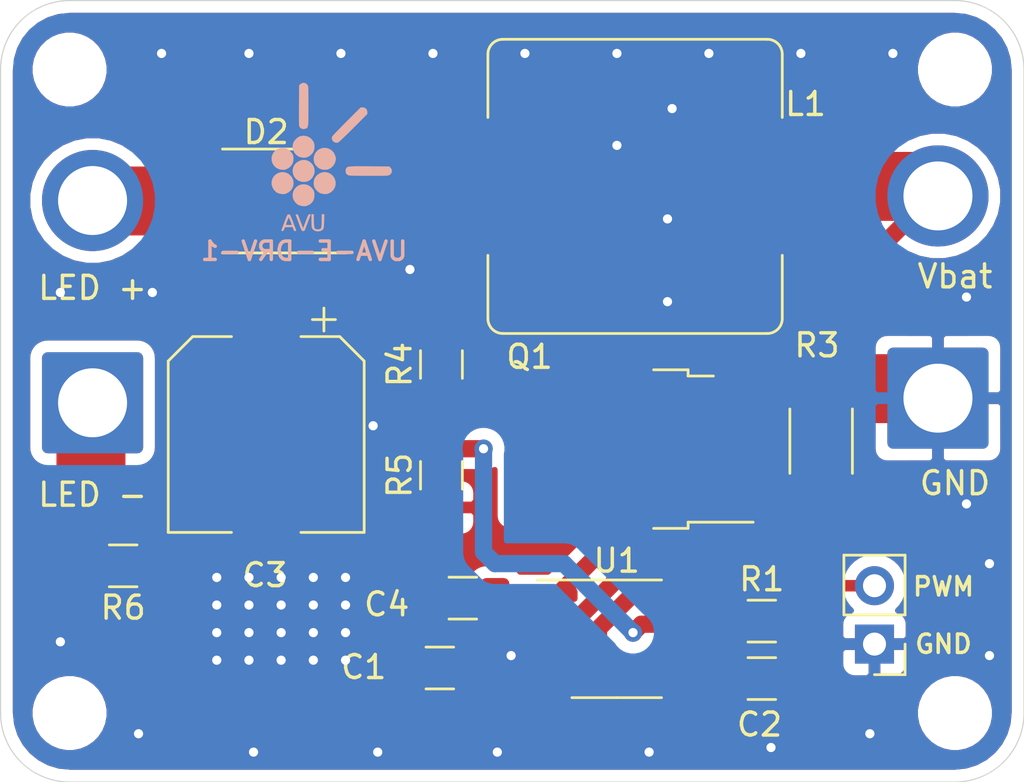
<source format=kicad_pcb>
(kicad_pcb (version 20171130) (host pcbnew 5.1.6)

  (general
    (thickness 1.6)
    (drawings 15)
    (tracks 123)
    (zones 0)
    (modules 21)
    (nets 12)
  )

  (page A4)
  (layers
    (0 F.Cu signal)
    (31 B.Cu signal)
    (32 B.Adhes user)
    (33 F.Adhes user)
    (34 B.Paste user)
    (35 F.Paste user)
    (36 B.SilkS user)
    (37 F.SilkS user)
    (38 B.Mask user)
    (39 F.Mask user)
    (40 Dwgs.User user)
    (41 Cmts.User user)
    (42 Eco1.User user)
    (43 Eco2.User user)
    (44 Edge.Cuts user)
    (45 Margin user)
    (46 B.CrtYd user)
    (47 F.CrtYd user)
    (48 B.Fab user)
    (49 F.Fab user hide)
  )

  (setup
    (last_trace_width 0.25)
    (user_trace_width 0.5)
    (user_trace_width 0.75)
    (user_trace_width 3)
    (user_trace_width 5)
    (trace_clearance 0.2)
    (zone_clearance 0.508)
    (zone_45_only no)
    (trace_min 0.2)
    (via_size 0.8)
    (via_drill 0.4)
    (via_min_size 0.4)
    (via_min_drill 0.3)
    (uvia_size 0.3)
    (uvia_drill 0.1)
    (uvias_allowed no)
    (uvia_min_size 0.2)
    (uvia_min_drill 0.1)
    (edge_width 0.05)
    (segment_width 0.2)
    (pcb_text_width 0.3)
    (pcb_text_size 1.5 1.5)
    (mod_edge_width 0.12)
    (mod_text_size 1 1)
    (mod_text_width 0.15)
    (pad_size 1.524 1.524)
    (pad_drill 0.762)
    (pad_to_mask_clearance 0.05)
    (aux_axis_origin 0 0)
    (visible_elements 7FFFFFFF)
    (pcbplotparams
      (layerselection 0x010fc_ffffffff)
      (usegerberextensions false)
      (usegerberattributes true)
      (usegerberadvancedattributes true)
      (creategerberjobfile true)
      (excludeedgelayer true)
      (linewidth 0.100000)
      (plotframeref false)
      (viasonmask false)
      (mode 1)
      (useauxorigin false)
      (hpglpennumber 1)
      (hpglpenspeed 20)
      (hpglpendiameter 15.000000)
      (psnegative false)
      (psa4output false)
      (plotreference true)
      (plotvalue true)
      (plotinvisibletext false)
      (padsonsilk false)
      (subtractmaskfromsilk false)
      (outputformat 1)
      (mirror false)
      (drillshape 0)
      (scaleselection 1)
      (outputdirectory "gerber/"))
  )

  (net 0 "")
  (net 1 GND)
  (net 2 "Net-(C1-Pad1)")
  (net 3 "Net-(C2-Pad1)")
  (net 4 "Net-(C3-Pad1)")
  (net 5 "Net-(D2-Pad1)")
  (net 6 "Net-(Q1-Pad3)")
  (net 7 "Net-(Q1-Pad1)")
  (net 8 "Net-(R1-Pad1)")
  (net 9 "Net-(R4-Pad1)")
  (net 10 "Net-(J3-Pad1)")
  (net 11 "Net-(J2-Pad2)")

  (net_class Default "This is the default net class."
    (clearance 0.2)
    (trace_width 0.25)
    (via_dia 0.8)
    (via_drill 0.4)
    (uvia_dia 0.3)
    (uvia_drill 0.1)
    (add_net GND)
    (add_net "Net-(C1-Pad1)")
    (add_net "Net-(C2-Pad1)")
    (add_net "Net-(C3-Pad1)")
    (add_net "Net-(D2-Pad1)")
    (add_net "Net-(J2-Pad2)")
    (add_net "Net-(J3-Pad1)")
    (add_net "Net-(Q1-Pad1)")
    (add_net "Net-(Q1-Pad3)")
    (add_net "Net-(R1-Pad1)")
    (add_net "Net-(R4-Pad1)")
  )

  (module Package_SO:SO-8_3.9x4.9mm_P1.27mm (layer F.Cu) (tedit 5D9F72B1) (tstamp 5F160E2D)
    (at 97.79 128.27)
    (descr "SO, 8 Pin (https://www.nxp.com/docs/en/data-sheet/PCF8523.pdf), generated with kicad-footprint-generator ipc_gullwing_generator.py")
    (tags "SO SO")
    (path /5F11EECE)
    (attr smd)
    (fp_text reference U1 (at 0 -3.4) (layer F.SilkS)
      (effects (font (size 1 1) (thickness 0.15)))
    )
    (fp_text value AL8853 (at 0 3.4) (layer F.Fab)
      (effects (font (size 1 1) (thickness 0.15)))
    )
    (fp_line (start 3.7 -2.7) (end -3.7 -2.7) (layer F.CrtYd) (width 0.05))
    (fp_line (start 3.7 2.7) (end 3.7 -2.7) (layer F.CrtYd) (width 0.05))
    (fp_line (start -3.7 2.7) (end 3.7 2.7) (layer F.CrtYd) (width 0.05))
    (fp_line (start -3.7 -2.7) (end -3.7 2.7) (layer F.CrtYd) (width 0.05))
    (fp_line (start -1.95 -1.475) (end -0.975 -2.45) (layer F.Fab) (width 0.1))
    (fp_line (start -1.95 2.45) (end -1.95 -1.475) (layer F.Fab) (width 0.1))
    (fp_line (start 1.95 2.45) (end -1.95 2.45) (layer F.Fab) (width 0.1))
    (fp_line (start 1.95 -2.45) (end 1.95 2.45) (layer F.Fab) (width 0.1))
    (fp_line (start -0.975 -2.45) (end 1.95 -2.45) (layer F.Fab) (width 0.1))
    (fp_line (start 0 -2.56) (end -3.45 -2.56) (layer F.SilkS) (width 0.12))
    (fp_line (start 0 -2.56) (end 1.95 -2.56) (layer F.SilkS) (width 0.12))
    (fp_line (start 0 2.56) (end -1.95 2.56) (layer F.SilkS) (width 0.12))
    (fp_line (start 0 2.56) (end 1.95 2.56) (layer F.SilkS) (width 0.12))
    (fp_text user %R (at 0 0) (layer F.Fab)
      (effects (font (size 0.98 0.98) (thickness 0.15)))
    )
    (pad 8 smd roundrect (at 2.575 -1.905) (size 1.75 0.6) (layers F.Cu F.Paste F.Mask) (roundrect_rratio 0.25)
      (net 8 "Net-(R1-Pad1)"))
    (pad 7 smd roundrect (at 2.575 -0.635) (size 1.75 0.6) (layers F.Cu F.Paste F.Mask) (roundrect_rratio 0.25)
      (net 9 "Net-(R4-Pad1)"))
    (pad 6 smd roundrect (at 2.575 0.635) (size 1.75 0.6) (layers F.Cu F.Paste F.Mask) (roundrect_rratio 0.25)
      (net 3 "Net-(C2-Pad1)"))
    (pad 5 smd roundrect (at 2.575 1.905) (size 1.75 0.6) (layers F.Cu F.Paste F.Mask) (roundrect_rratio 0.25)
      (net 10 "Net-(J3-Pad1)"))
    (pad 4 smd roundrect (at -2.575 1.905) (size 1.75 0.6) (layers F.Cu F.Paste F.Mask) (roundrect_rratio 0.25)
      (net 6 "Net-(Q1-Pad3)"))
    (pad 3 smd roundrect (at -2.575 0.635) (size 1.75 0.6) (layers F.Cu F.Paste F.Mask) (roundrect_rratio 0.25)
      (net 1 GND))
    (pad 2 smd roundrect (at -2.575 -0.635) (size 1.75 0.6) (layers F.Cu F.Paste F.Mask) (roundrect_rratio 0.25)
      (net 7 "Net-(Q1-Pad1)"))
    (pad 1 smd roundrect (at -2.575 -1.905) (size 1.75 0.6) (layers F.Cu F.Paste F.Mask) (roundrect_rratio 0.25)
      (net 2 "Net-(C1-Pad1)"))
    (model ${KISYS3DMOD}/Package_SO.3dshapes/SO-8_3.9x4.9mm_P1.27mm.wrl
      (at (xyz 0 0 0))
      (scale (xyz 1 1 1))
      (rotate (xyz 0 0 0))
    )
    (model ${KISYS3DMOD}/Package_SO.3dshapes/PowerIntegrations_SO-8.wrl
      (at (xyz 0 0 0))
      (scale (xyz 1 1 1))
      (rotate (xyz 0 0 0))
    )
  )

  (module Connector_PinHeader_2.54mm:PinHeader_1x02_P2.54mm_Vertical (layer F.Cu) (tedit 59FED5CC) (tstamp 5F163420)
    (at 109 128.5 180)
    (descr "Through hole straight pin header, 1x02, 2.54mm pitch, single row")
    (tags "Through hole pin header THT 1x02 2.54mm single row")
    (path /5F127505)
    (fp_text reference J2 (at 0 -2.33) (layer F.SilkS) hide
      (effects (font (size 1 1) (thickness 0.15)))
    )
    (fp_text value "PWM - Dimming" (at 0 4.87) (layer F.Fab)
      (effects (font (size 1 1) (thickness 0.15)))
    )
    (fp_line (start 1.8 -1.8) (end -1.8 -1.8) (layer F.CrtYd) (width 0.05))
    (fp_line (start 1.8 4.35) (end 1.8 -1.8) (layer F.CrtYd) (width 0.05))
    (fp_line (start -1.8 4.35) (end 1.8 4.35) (layer F.CrtYd) (width 0.05))
    (fp_line (start -1.8 -1.8) (end -1.8 4.35) (layer F.CrtYd) (width 0.05))
    (fp_line (start -1.33 -1.33) (end 0 -1.33) (layer F.SilkS) (width 0.12))
    (fp_line (start -1.33 0) (end -1.33 -1.33) (layer F.SilkS) (width 0.12))
    (fp_line (start -1.33 1.27) (end 1.33 1.27) (layer F.SilkS) (width 0.12))
    (fp_line (start 1.33 1.27) (end 1.33 3.87) (layer F.SilkS) (width 0.12))
    (fp_line (start -1.33 1.27) (end -1.33 3.87) (layer F.SilkS) (width 0.12))
    (fp_line (start -1.33 3.87) (end 1.33 3.87) (layer F.SilkS) (width 0.12))
    (fp_line (start -1.27 -0.635) (end -0.635 -1.27) (layer F.Fab) (width 0.1))
    (fp_line (start -1.27 3.81) (end -1.27 -0.635) (layer F.Fab) (width 0.1))
    (fp_line (start 1.27 3.81) (end -1.27 3.81) (layer F.Fab) (width 0.1))
    (fp_line (start 1.27 -1.27) (end 1.27 3.81) (layer F.Fab) (width 0.1))
    (fp_line (start -0.635 -1.27) (end 1.27 -1.27) (layer F.Fab) (width 0.1))
    (fp_text user %R (at 0 1.27 90) (layer F.Fab)
      (effects (font (size 1 1) (thickness 0.15)))
    )
    (pad 2 thru_hole oval (at 0 2.54 180) (size 1.7 1.7) (drill 1) (layers *.Cu *.Mask)
      (net 11 "Net-(J2-Pad2)"))
    (pad 1 thru_hole rect (at 0 0 180) (size 1.7 1.7) (drill 1) (layers *.Cu *.Mask)
      (net 1 GND))
    (model ${KISYS3DMOD}/Connector_PinHeader_2.54mm.3dshapes/PinHeader_1x02_P2.54mm_Vertical.wrl
      (at (xyz 0 0 0))
      (scale (xyz 1 1 1))
      (rotate (xyz 0 0 0))
    )
  )

  (module logo:logo (layer B.Cu) (tedit 0) (tstamp 5F5D5BEF)
    (at 85.4 107.3 180)
    (fp_text reference G*** (at 0 0) (layer B.SilkS) hide
      (effects (font (size 1.524 1.524) (thickness 0.3)) (justify mirror))
    )
    (fp_text value LOGO (at 0.75 0) (layer B.SilkS) hide
      (effects (font (size 1.524 1.524) (thickness 0.3)) (justify mirror))
    )
    (fp_poly (pts (xy 0.433323 -2.793357) (xy 0.436941 -2.920571) (xy 0.443171 -3.013927) (xy 0.454498 -3.078641)
      (xy 0.473406 -3.119934) (xy 0.502378 -3.143021) (xy 0.543899 -3.153122) (xy 0.600452 -3.155454)
      (xy 0.605693 -3.155461) (xy 0.663554 -3.153525) (xy 0.706184 -3.144236) (xy 0.736067 -3.122378)
      (xy 0.755688 -3.082732) (xy 0.767529 -3.02008) (xy 0.774076 -2.929204) (xy 0.77781 -2.804886)
      (xy 0.778062 -2.793357) (xy 0.784354 -2.500923) (xy 0.879231 -2.500923) (xy 0.879158 -2.779346)
      (xy 0.878527 -2.892475) (xy 0.876126 -2.974059) (xy 0.871088 -3.031617) (xy 0.862548 -3.072671)
      (xy 0.849639 -3.104741) (xy 0.839653 -3.122445) (xy 0.778549 -3.187527) (xy 0.695251 -3.228155)
      (xy 0.599995 -3.241678) (xy 0.503016 -3.225444) (xy 0.478693 -3.215981) (xy 0.430213 -3.192224)
      (xy 0.394663 -3.165919) (xy 0.369879 -3.130805) (xy 0.353699 -3.08062) (xy 0.343961 -3.009103)
      (xy 0.338503 -2.90999) (xy 0.335663 -2.801778) (xy 0.329403 -2.500923) (xy 0.427031 -2.500923)
      (xy 0.433323 -2.793357)) (layer B.SilkS) (width 0.01))
    (fp_poly (pts (xy 1.553472 -2.506429) (xy 1.563457 -2.515577) (xy 1.556992 -2.537648) (xy 1.538772 -2.590313)
      (xy 1.510933 -2.667641) (xy 1.475612 -2.7637) (xy 1.434945 -2.87256) (xy 1.433259 -2.877038)
      (xy 1.387604 -2.997676) (xy 1.352945 -3.086527) (xy 1.326695 -3.148441) (xy 1.30627 -3.188271)
      (xy 1.289082 -3.210869) (xy 1.272546 -3.221088) (xy 1.254075 -3.22378) (xy 1.248417 -3.223846)
      (xy 1.205744 -3.219125) (xy 1.185251 -3.209192) (xy 1.175813 -3.187184) (xy 1.155514 -3.13608)
      (xy 1.126999 -3.062824) (xy 1.092914 -2.974362) (xy 1.055905 -2.87764) (xy 1.018618 -2.779602)
      (xy 0.9837 -2.687195) (xy 0.953796 -2.607362) (xy 0.931552 -2.547051) (xy 0.919614 -2.513206)
      (xy 0.918308 -2.5085) (xy 0.93503 -2.502723) (xy 0.965446 -2.500923) (xy 0.992366 -2.506065)
      (xy 1.014486 -2.526602) (xy 1.037444 -2.570195) (xy 1.062474 -2.632807) (xy 1.093391 -2.71456)
      (xy 1.131171 -2.814499) (xy 1.16887 -2.914255) (xy 1.178153 -2.938823) (xy 1.243941 -3.112954)
      (xy 1.323185 -2.90848) (xy 1.359805 -2.813199) (xy 1.395234 -2.719653) (xy 1.42459 -2.640803)
      (xy 1.438493 -2.602464) (xy 1.46335 -2.541599) (xy 1.486517 -2.510568) (xy 1.514599 -2.501021)
      (xy 1.518817 -2.500923) (xy 1.553472 -2.506429)) (layer B.SilkS) (width 0.01))
    (fp_poly (pts (xy 1.904588 -2.508537) (xy 1.920633 -2.523297) (xy 1.938649 -2.553088) (xy 1.961244 -2.602664)
      (xy 1.99103 -2.676778) (xy 2.030614 -2.780186) (xy 2.056423 -2.848401) (xy 2.097545 -2.957851)
      (xy 2.133432 -3.05464) (xy 2.161945 -3.132891) (xy 2.180943 -3.186724) (xy 2.188285 -3.210262)
      (xy 2.188308 -3.210573) (xy 2.171681 -3.220873) (xy 2.1435 -3.223846) (xy 2.110829 -3.214801)
      (xy 2.085593 -3.181846) (xy 2.068467 -3.140807) (xy 2.038243 -3.057769) (xy 1.870941 -3.052151)
      (xy 1.703638 -3.046534) (xy 1.66978 -3.13519) (xy 1.644469 -3.190979) (xy 1.619109 -3.21753)
      (xy 1.588414 -3.223846) (xy 1.554243 -3.217346) (xy 1.550631 -3.193488) (xy 1.55178 -3.189582)
      (xy 1.562136 -3.160765) (xy 1.58409 -3.102161) (xy 1.61512 -3.020419) (xy 1.6397 -2.956175)
      (xy 1.738923 -2.956175) (xy 1.756747 -2.963138) (xy 1.803381 -2.968061) (xy 1.865923 -2.969846)
      (xy 1.930597 -2.967261) (xy 1.976338 -2.960499) (xy 1.992923 -2.951425) (xy 1.98631 -2.92314)
      (xy 1.969254 -2.870163) (xy 1.945929 -2.803874) (xy 1.920509 -2.735654) (xy 1.897171 -2.676883)
      (xy 1.880087 -2.63894) (xy 1.875695 -2.631853) (xy 1.86478 -2.643077) (xy 1.844381 -2.681577)
      (xy 1.818467 -2.737945) (xy 1.791007 -2.802767) (xy 1.765968 -2.866635) (xy 1.747321 -2.920137)
      (xy 1.739033 -2.953862) (xy 1.738923 -2.956175) (xy 1.6397 -2.956175) (xy 1.652704 -2.922189)
      (xy 1.687029 -2.833005) (xy 1.731975 -2.717287) (xy 1.765933 -2.633023) (xy 1.791717 -2.575112)
      (xy 1.812143 -2.538452) (xy 1.830027 -2.517941) (xy 1.848184 -2.508476) (xy 1.867971 -2.505096)
      (xy 1.887904 -2.504055) (xy 1.904588 -2.508537)) (layer B.SilkS) (width 0.01))
    (fp_poly (pts (xy 1.306483 -1.202434) (xy 1.419439 -1.237595) (xy 1.521855 -1.301854) (xy 1.607855 -1.395145)
      (xy 1.653906 -1.475011) (xy 1.692046 -1.600102) (xy 1.694332 -1.726766) (xy 1.663102 -1.848309)
      (xy 1.600696 -1.958036) (xy 1.50945 -2.049252) (xy 1.437492 -2.094572) (xy 1.363279 -2.121208)
      (xy 1.271993 -2.138071) (xy 1.180265 -2.143342) (xy 1.104725 -2.135201) (xy 1.094028 -2.132138)
      (xy 0.963165 -2.072084) (xy 0.863179 -1.988406) (xy 0.794843 -1.882151) (xy 0.75893 -1.754366)
      (xy 0.753262 -1.670538) (xy 0.759833 -1.562909) (xy 0.780532 -1.483788) (xy 0.78917 -1.465384)
      (xy 0.866724 -1.354076) (xy 0.963106 -1.272192) (xy 1.072443 -1.219667) (xy 1.188859 -1.196437)
      (xy 1.306483 -1.202434)) (layer B.SilkS) (width 0.01))
    (fp_poly (pts (xy 0.39221 -0.673882) (xy 0.507217 -0.710766) (xy 0.61299 -0.780621) (xy 0.640096 -0.806286)
      (xy 0.691241 -0.865901) (xy 0.73427 -0.928741) (xy 0.751306 -0.961641) (xy 0.774619 -1.052952)
      (xy 0.780254 -1.161155) (xy 0.767619 -1.267999) (xy 0.761969 -1.290815) (xy 0.726173 -1.367881)
      (xy 0.665578 -1.448422) (xy 0.591063 -1.519969) (xy 0.521969 -1.565918) (xy 0.428257 -1.598925)
      (xy 0.320719 -1.614278) (xy 0.21637 -1.610642) (xy 0.151384 -1.595006) (xy 0.031842 -1.531549)
      (xy -0.062878 -1.442754) (xy -0.129456 -1.334525) (xy -0.16457 -1.212767) (xy -0.164896 -1.083386)
      (xy -0.157967 -1.04509) (xy -0.112722 -0.921602) (xy -0.04095 -0.820384) (xy 0.05139 -0.74322)
      (xy 0.158336 -0.691892) (xy 0.27393 -0.668185) (xy 0.39221 -0.673882)) (layer B.SilkS) (width 0.01))
    (fp_poly (pts (xy 2.21754 -0.674379) (xy 2.329469 -0.707555) (xy 2.43048 -0.76683) (xy 2.514846 -0.85047)
      (xy 2.57684 -0.956741) (xy 2.610737 -1.08391) (xy 2.611571 -1.090605) (xy 2.607707 -1.216853)
      (xy 2.569422 -1.338695) (xy 2.501152 -1.447604) (xy 2.407333 -1.53505) (xy 2.367283 -1.560121)
      (xy 2.288142 -1.591201) (xy 2.192616 -1.61066) (xy 2.0972 -1.616433) (xy 2.018389 -1.606451)
      (xy 2.012335 -1.604599) (xy 1.888446 -1.546204) (xy 1.789561 -1.463917) (xy 1.717459 -1.363483)
      (xy 1.673915 -1.250649) (xy 1.660705 -1.131159) (xy 1.679605 -1.01076) (xy 1.732391 -0.895198)
      (xy 1.775166 -0.837347) (xy 1.873506 -0.748787) (xy 1.983832 -0.693261) (xy 2.100419 -0.669037)
      (xy 2.21754 -0.674379)) (layer B.SilkS) (width 0.01))
    (fp_poly (pts (xy 1.346892 -0.156237) (xy 1.417625 -0.183147) (xy 1.530288 -0.253847) (xy 1.613236 -0.343235)
      (xy 1.667469 -0.445853) (xy 1.693989 -0.556242) (xy 1.693797 -0.668945) (xy 1.667894 -0.778502)
      (xy 1.617281 -0.879455) (xy 1.542959 -0.966347) (xy 1.445929 -1.033718) (xy 1.327193 -1.076111)
      (xy 1.251876 -1.086885) (xy 1.161573 -1.085916) (xy 1.082304 -1.0717) (xy 1.069909 -1.067542)
      (xy 0.971413 -1.021781) (xy 0.896008 -0.96263) (xy 0.839709 -0.895053) (xy 0.776839 -0.780076)
      (xy 0.748601 -0.662663) (xy 0.751475 -0.547152) (xy 0.781938 -0.437882) (xy 0.836469 -0.339191)
      (xy 0.911546 -0.255416) (xy 1.003649 -0.190895) (xy 1.109255 -0.149966) (xy 1.224843 -0.136968)
      (xy 1.346892 -0.156237)) (layer B.SilkS) (width 0.01))
    (fp_poly (pts (xy -1.089905 -0.413137) (xy -0.970041 -0.414747) (xy -0.875381 -0.417872) (xy -0.802458 -0.422792)
      (xy -0.747803 -0.429787) (xy -0.707949 -0.439138) (xy -0.679428 -0.451124) (xy -0.658773 -0.466026)
      (xy -0.642516 -0.484124) (xy -0.634221 -0.495501) (xy -0.611567 -0.55519) (xy -0.607473 -0.630382)
      (xy -0.621776 -0.702283) (xy -0.636289 -0.731917) (xy -0.677119 -0.772193) (xy -0.727128 -0.799615)
      (xy -0.76482 -0.805525) (xy -0.840745 -0.810487) (xy -0.954068 -0.814479) (xy -1.103955 -0.817483)
      (xy -1.289574 -0.819479) (xy -1.510089 -0.820447) (xy -1.619723 -0.820542) (xy -1.82229 -0.820455)
      (xy -1.989511 -0.820125) (xy -2.125116 -0.819388) (xy -2.232836 -0.818083) (xy -2.316402 -0.816047)
      (xy -2.379545 -0.813116) (xy -2.425994 -0.809129) (xy -2.459481 -0.803922) (xy -2.483737 -0.797333)
      (xy -2.502491 -0.789199) (xy -2.516064 -0.781456) (xy -2.578561 -0.723291) (xy -2.609709 -0.650075)
      (xy -2.608541 -0.571326) (xy -2.574093 -0.496562) (xy -2.547912 -0.467163) (xy -2.497808 -0.420077)
      (xy -1.635398 -0.414592) (xy -1.419116 -0.41334) (xy -1.238441 -0.412761) (xy -1.089905 -0.413137)) (layer B.SilkS) (width 0.01))
    (fp_poly (pts (xy 0.432722 0.37384) (xy 0.545648 0.326886) (xy 0.635421 0.257782) (xy 0.719994 0.148511)
      (xy 0.769251 0.024569) (xy 0.782133 -0.109907) (xy 0.761969 -0.235738) (xy 0.726173 -0.312804)
      (xy 0.665578 -0.393345) (xy 0.591063 -0.464892) (xy 0.521969 -0.510841) (xy 0.416757 -0.546601)
      (xy 0.297508 -0.559025) (xy 0.182048 -0.547027) (xy 0.138441 -0.534249) (xy 0.037309 -0.478747)
      (xy -0.052254 -0.395597) (xy -0.119693 -0.29602) (xy -0.145244 -0.232723) (xy -0.166843 -0.150589)
      (xy -0.17394 -0.086844) (xy -0.166651 -0.023641) (xy -0.147099 0.050185) (xy -0.09373 0.167804)
      (xy -0.014618 0.262191) (xy 0.08391 0.331666) (xy 0.195527 0.374552) (xy 0.313906 0.389169)
      (xy 0.432722 0.37384)) (layer B.SilkS) (width 0.01))
    (fp_poly (pts (xy 2.24914 0.375327) (xy 2.366454 0.330438) (xy 2.467013 0.257389) (xy 2.545524 0.159581)
      (xy 2.596694 0.040418) (xy 2.611571 -0.035528) (xy 2.608455 -0.164527) (xy 2.571134 -0.284245)
      (xy 2.504305 -0.389076) (xy 2.412665 -0.473413) (xy 2.300913 -0.531648) (xy 2.173745 -0.558176)
      (xy 2.173662 -0.558181) (xy 2.102272 -0.559552) (xy 2.039781 -0.555116) (xy 2.012335 -0.549522)
      (xy 1.884617 -0.48914) (xy 1.783284 -0.403148) (xy 1.710982 -0.296521) (xy 1.670362 -0.174232)
      (xy 1.664071 -0.041255) (xy 1.684531 0.066118) (xy 1.721156 0.141006) (xy 1.782835 0.22001)
      (xy 1.85858 0.292141) (xy 1.937405 0.346414) (xy 1.985421 0.367009) (xy 2.120365 0.388651)
      (xy 2.24914 0.375327)) (layer B.SilkS) (width 0.01))
    (fp_poly (pts (xy 1.365697 0.897262) (xy 1.375195 0.894547) (xy 1.450083 0.857922) (xy 1.529086 0.796243)
      (xy 1.601218 0.720497) (xy 1.655491 0.641673) (xy 1.676085 0.593657) (xy 1.69768 0.457905)
      (xy 1.683658 0.327013) (xy 1.636509 0.207008) (xy 1.55872 0.103922) (xy 1.452782 0.023784)
      (xy 1.437492 0.015582) (xy 1.34581 -0.016641) (xy 1.239438 -0.03165) (xy 1.135705 -0.028126)
      (xy 1.069691 -0.01239) (xy 0.948317 0.053245) (xy 0.84823 0.14969) (xy 0.806398 0.210701)
      (xy 0.765863 0.312776) (xy 0.749891 0.42996) (xy 0.758859 0.547594) (xy 0.793144 0.651024)
      (xy 0.794984 0.654539) (xy 0.874987 0.766153) (xy 0.977719 0.848574) (xy 1.097521 0.89946)
      (xy 1.228734 0.916469) (xy 1.365697 0.897262)) (layer B.SilkS) (width 0.01))
    (fp_poly (pts (xy -0.651256 1.539953) (xy -0.522965 1.411198) (xy -0.402832 1.289281) (xy -0.293804 1.177292)
      (xy -0.198832 1.078322) (xy -0.120866 0.995464) (xy -0.062855 0.931808) (xy -0.027748 0.890446)
      (xy -0.018529 0.876794) (xy -0.00563 0.801701) (xy -0.024706 0.731616) (xy -0.068681 0.673044)
      (xy -0.130482 0.632492) (xy -0.203033 0.616467) (xy -0.279261 0.631474) (xy -0.283307 0.633277)
      (xy -0.309193 0.652548) (xy -0.359339 0.696673) (xy -0.430603 0.762649) (xy -0.519844 0.847473)
      (xy -0.623919 0.948139) (xy -0.739687 1.061644) (xy -0.864005 1.184983) (xy -0.94273 1.2638)
      (xy -1.543538 1.86738) (xy -1.543538 1.951193) (xy -1.526768 2.038095) (xy -1.479743 2.103066)
      (xy -1.407394 2.141175) (xy -1.345489 2.149231) (xy -1.261665 2.149231) (xy -0.651256 1.539953)) (layer B.SilkS) (width 0.01))
    (fp_poly (pts (xy 1.26529 3.214234) (xy 1.340054 3.179786) (xy 1.369452 3.153605) (xy 1.416539 3.103501)
      (xy 1.422169 2.250251) (xy 1.423099 2.069842) (xy 1.423475 1.900351) (xy 1.423322 1.746024)
      (xy 1.422668 1.611105) (xy 1.421539 1.49984) (xy 1.419962 1.416475) (xy 1.417963 1.365254)
      (xy 1.416494 1.351374) (xy 1.381891 1.28564) (xy 1.321764 1.23634) (xy 1.249103 1.213287)
      (xy 1.232955 1.212707) (xy 1.172188 1.219431) (xy 1.121465 1.233903) (xy 1.119604 1.234773)
      (xy 1.095736 1.247594) (xy 1.075842 1.263246) (xy 1.059563 1.285167) (xy 1.046536 1.316796)
      (xy 1.0364 1.36157) (xy 1.028796 1.422927) (xy 1.023361 1.504303) (xy 1.019734 1.609138)
      (xy 1.017556 1.740867) (xy 1.016463 1.902931) (xy 1.016097 2.098764) (xy 1.016073 2.220569)
      (xy 1.016159 2.42377) (xy 1.016487 2.591613) (xy 1.017216 2.727816) (xy 1.018509 2.836096)
      (xy 1.020527 2.920172) (xy 1.02343 2.983763) (xy 1.027381 3.030585) (xy 1.032541 3.064359)
      (xy 1.03907 3.088801) (xy 1.047131 3.107629) (xy 1.055159 3.121757) (xy 1.113324 3.184254)
      (xy 1.18654 3.215402) (xy 1.26529 3.214234)) (layer B.SilkS) (width 0.01))
  )

  (module MountingHole:MountingHole_2.2mm_M2 (layer F.Cu) (tedit 56D1B4CB) (tstamp 5F1651FC)
    (at 112.5 131.5)
    (descr "Mounting Hole 2.2mm, no annular, M2")
    (tags "mounting hole 2.2mm no annular m2")
    (attr virtual)
    (fp_text reference REF** (at 0 -3.2) (layer F.SilkS) hide
      (effects (font (size 1 1) (thickness 0.15)))
    )
    (fp_text value MountingHole_2.2mm_M2 (at 0 3.2) (layer F.Fab)
      (effects (font (size 1 1) (thickness 0.15)))
    )
    (fp_circle (center 0 0) (end 2.2 0) (layer Cmts.User) (width 0.15))
    (fp_circle (center 0 0) (end 2.45 0) (layer F.CrtYd) (width 0.05))
    (fp_text user %R (at 0.3 0) (layer F.Fab)
      (effects (font (size 1 1) (thickness 0.15)))
    )
    (pad 1 np_thru_hole circle (at 0 0) (size 2.2 2.2) (drill 2.2) (layers *.Cu *.Mask))
  )

  (module MountingHole:MountingHole_2.2mm_M2 (layer F.Cu) (tedit 56D1B4CB) (tstamp 5F1651DF)
    (at 74 131.5)
    (descr "Mounting Hole 2.2mm, no annular, M2")
    (tags "mounting hole 2.2mm no annular m2")
    (attr virtual)
    (fp_text reference REF** (at 0 -3.2) (layer F.SilkS) hide
      (effects (font (size 1 1) (thickness 0.15)))
    )
    (fp_text value MountingHole_2.2mm_M2 (at 0 3.2) (layer F.Fab)
      (effects (font (size 1 1) (thickness 0.15)))
    )
    (fp_circle (center 0 0) (end 2.2 0) (layer Cmts.User) (width 0.15))
    (fp_circle (center 0 0) (end 2.45 0) (layer F.CrtYd) (width 0.05))
    (fp_text user %R (at 0.3 0) (layer F.Fab)
      (effects (font (size 1 1) (thickness 0.15)))
    )
    (pad 1 np_thru_hole circle (at 0 0) (size 2.2 2.2) (drill 2.2) (layers *.Cu *.Mask))
  )

  (module MountingHole:MountingHole_2.2mm_M2 (layer F.Cu) (tedit 56D1B4CB) (tstamp 5F1651BB)
    (at 74 103.5)
    (descr "Mounting Hole 2.2mm, no annular, M2")
    (tags "mounting hole 2.2mm no annular m2")
    (attr virtual)
    (fp_text reference REF** (at 0 -3.2) (layer F.SilkS) hide
      (effects (font (size 1 1) (thickness 0.15)))
    )
    (fp_text value MountingHole_2.2mm_M2 (at 0 3.2) (layer F.Fab)
      (effects (font (size 1 1) (thickness 0.15)))
    )
    (fp_circle (center 0 0) (end 2.2 0) (layer Cmts.User) (width 0.15))
    (fp_circle (center 0 0) (end 2.45 0) (layer F.CrtYd) (width 0.05))
    (fp_text user %R (at 0.3 0) (layer F.Fab)
      (effects (font (size 1 1) (thickness 0.15)))
    )
    (pad 1 np_thru_hole circle (at 0 0) (size 2.2 2.2) (drill 2.2) (layers *.Cu *.Mask))
  )

  (module MountingHole:MountingHole_2.2mm_M2 (layer F.Cu) (tedit 56D1B4CB) (tstamp 5F22AEFF)
    (at 112.5 103.5)
    (descr "Mounting Hole 2.2mm, no annular, M2")
    (tags "mounting hole 2.2mm no annular m2")
    (attr virtual)
    (fp_text reference REF** (at 0 -3.2) (layer F.SilkS) hide
      (effects (font (size 1 1) (thickness 0.15)))
    )
    (fp_text value MountingHole_2.2mm_M2 (at 0 3.2) (layer F.Fab)
      (effects (font (size 1 1) (thickness 0.15)))
    )
    (fp_circle (center 0 0) (end 2.2 0) (layer Cmts.User) (width 0.15))
    (fp_circle (center 0 0) (end 2.45 0) (layer F.CrtYd) (width 0.05))
    (fp_text user %R (at 0.3 0) (layer F.Fab)
      (effects (font (size 1 1) (thickness 0.15)))
    )
    (pad 1 np_thru_hole circle (at 0 0) (size 2.2 2.2) (drill 2.2) (layers *.Cu *.Mask))
  )

  (module Resistor_SMD:R_1206_3216Metric locked (layer F.Cu) (tedit 5B301BBD) (tstamp 5F160DCF)
    (at 104.1 127.5)
    (descr "Resistor SMD 1206 (3216 Metric), square (rectangular) end terminal, IPC_7351 nominal, (Body size source: http://www.tortai-tech.com/upload/download/2011102023233369053.pdf), generated with kicad-footprint-generator")
    (tags resistor)
    (path /5F132DE9)
    (attr smd)
    (fp_text reference R1 (at 0 -1.82) (layer F.SilkS)
      (effects (font (size 1 1) (thickness 0.15)))
    )
    (fp_text value 10k (at 0 1.82) (layer F.Fab)
      (effects (font (size 1 1) (thickness 0.15)))
    )
    (fp_line (start -1.6 0.8) (end -1.6 -0.8) (layer F.Fab) (width 0.1))
    (fp_line (start -1.6 -0.8) (end 1.6 -0.8) (layer F.Fab) (width 0.1))
    (fp_line (start 1.6 -0.8) (end 1.6 0.8) (layer F.Fab) (width 0.1))
    (fp_line (start 1.6 0.8) (end -1.6 0.8) (layer F.Fab) (width 0.1))
    (fp_line (start -0.602064 -0.91) (end 0.602064 -0.91) (layer F.SilkS) (width 0.12))
    (fp_line (start -0.602064 0.91) (end 0.602064 0.91) (layer F.SilkS) (width 0.12))
    (fp_line (start -2.28 1.12) (end -2.28 -1.12) (layer F.CrtYd) (width 0.05))
    (fp_line (start -2.28 -1.12) (end 2.28 -1.12) (layer F.CrtYd) (width 0.05))
    (fp_line (start 2.28 -1.12) (end 2.28 1.12) (layer F.CrtYd) (width 0.05))
    (fp_line (start 2.28 1.12) (end -2.28 1.12) (layer F.CrtYd) (width 0.05))
    (fp_text user %R (at -0.05 0) (layer F.Fab)
      (effects (font (size 0.8 0.8) (thickness 0.12)))
    )
    (pad 2 smd roundrect (at 1.4 0) (size 1.25 1.75) (layers F.Cu F.Paste F.Mask) (roundrect_rratio 0.2)
      (net 11 "Net-(J2-Pad2)"))
    (pad 1 smd roundrect (at -1.4 0) (size 1.25 1.75) (layers F.Cu F.Paste F.Mask) (roundrect_rratio 0.2)
      (net 8 "Net-(R1-Pad1)"))
    (model ${KISYS3DMOD}/Resistor_SMD.3dshapes/R_1206_3216Metric.wrl
      (at (xyz 0 0 0))
      (scale (xyz 1 1 1))
      (rotate (xyz 0 0 0))
    )
  )

  (module Resistor_SMD:R_1206_3216Metric (layer F.Cu) (tedit 5B301BBD) (tstamp 5F160E13)
    (at 76.33 125.095 180)
    (descr "Resistor SMD 1206 (3216 Metric), square (rectangular) end terminal, IPC_7351 nominal, (Body size source: http://www.tortai-tech.com/upload/download/2011102023233369053.pdf), generated with kicad-footprint-generator")
    (tags resistor)
    (path /5F1311D2)
    (attr smd)
    (fp_text reference R6 (at 0 -1.82) (layer F.SilkS)
      (effects (font (size 1 1) (thickness 0.15)))
    )
    (fp_text value 220m (at 0 1.82) (layer F.Fab)
      (effects (font (size 1 1) (thickness 0.15)))
    )
    (fp_line (start -1.6 0.8) (end -1.6 -0.8) (layer F.Fab) (width 0.1))
    (fp_line (start -1.6 -0.8) (end 1.6 -0.8) (layer F.Fab) (width 0.1))
    (fp_line (start 1.6 -0.8) (end 1.6 0.8) (layer F.Fab) (width 0.1))
    (fp_line (start 1.6 0.8) (end -1.6 0.8) (layer F.Fab) (width 0.1))
    (fp_line (start -0.602064 -0.91) (end 0.602064 -0.91) (layer F.SilkS) (width 0.12))
    (fp_line (start -0.602064 0.91) (end 0.602064 0.91) (layer F.SilkS) (width 0.12))
    (fp_line (start -2.28 1.12) (end -2.28 -1.12) (layer F.CrtYd) (width 0.05))
    (fp_line (start -2.28 -1.12) (end 2.28 -1.12) (layer F.CrtYd) (width 0.05))
    (fp_line (start 2.28 -1.12) (end 2.28 1.12) (layer F.CrtYd) (width 0.05))
    (fp_line (start 2.28 1.12) (end -2.28 1.12) (layer F.CrtYd) (width 0.05))
    (fp_text user %R (at 0 0) (layer F.Fab)
      (effects (font (size 0.8 0.8) (thickness 0.12)))
    )
    (pad 2 smd roundrect (at 1.4 0 180) (size 1.25 1.75) (layers F.Cu F.Paste F.Mask) (roundrect_rratio 0.2)
      (net 10 "Net-(J3-Pad1)"))
    (pad 1 smd roundrect (at -1.4 0 180) (size 1.25 1.75) (layers F.Cu F.Paste F.Mask) (roundrect_rratio 0.2)
      (net 1 GND))
    (model ${KISYS3DMOD}/Resistor_SMD.3dshapes/R_1206_3216Metric.wrl
      (at (xyz 0 0 0))
      (scale (xyz 1 1 1))
      (rotate (xyz 0 0 0))
    )
  )

  (module Resistor_SMD:R_1206_3216Metric (layer F.Cu) (tedit 5B301BBD) (tstamp 5F160E02)
    (at 90.17 121.155 90)
    (descr "Resistor SMD 1206 (3216 Metric), square (rectangular) end terminal, IPC_7351 nominal, (Body size source: http://www.tortai-tech.com/upload/download/2011102023233369053.pdf), generated with kicad-footprint-generator")
    (tags resistor)
    (path /5F1253EA)
    (attr smd)
    (fp_text reference R5 (at 0 -1.82 90) (layer F.SilkS)
      (effects (font (size 1 1) (thickness 0.15)))
    )
    (fp_text value 10k (at 0 1.82 90) (layer F.Fab)
      (effects (font (size 1 1) (thickness 0.15)))
    )
    (fp_line (start -1.6 0.8) (end -1.6 -0.8) (layer F.Fab) (width 0.1))
    (fp_line (start -1.6 -0.8) (end 1.6 -0.8) (layer F.Fab) (width 0.1))
    (fp_line (start 1.6 -0.8) (end 1.6 0.8) (layer F.Fab) (width 0.1))
    (fp_line (start 1.6 0.8) (end -1.6 0.8) (layer F.Fab) (width 0.1))
    (fp_line (start -0.602064 -0.91) (end 0.602064 -0.91) (layer F.SilkS) (width 0.12))
    (fp_line (start -0.602064 0.91) (end 0.602064 0.91) (layer F.SilkS) (width 0.12))
    (fp_line (start -2.28 1.12) (end -2.28 -1.12) (layer F.CrtYd) (width 0.05))
    (fp_line (start -2.28 -1.12) (end 2.28 -1.12) (layer F.CrtYd) (width 0.05))
    (fp_line (start 2.28 -1.12) (end 2.28 1.12) (layer F.CrtYd) (width 0.05))
    (fp_line (start 2.28 1.12) (end -2.28 1.12) (layer F.CrtYd) (width 0.05))
    (fp_text user %R (at 0 0 90) (layer F.Fab)
      (effects (font (size 0.8 0.8) (thickness 0.12)))
    )
    (pad 2 smd roundrect (at 1.4 0 90) (size 1.25 1.75) (layers F.Cu F.Paste F.Mask) (roundrect_rratio 0.2)
      (net 9 "Net-(R4-Pad1)"))
    (pad 1 smd roundrect (at -1.4 0 90) (size 1.25 1.75) (layers F.Cu F.Paste F.Mask) (roundrect_rratio 0.2)
      (net 1 GND))
    (model ${KISYS3DMOD}/Resistor_SMD.3dshapes/R_1206_3216Metric.wrl
      (at (xyz 0 0 0))
      (scale (xyz 1 1 1))
      (rotate (xyz 0 0 0))
    )
  )

  (module Resistor_SMD:R_1206_3216Metric (layer F.Cu) (tedit 5B301BBD) (tstamp 5F160DF1)
    (at 90.17 116.335 90)
    (descr "Resistor SMD 1206 (3216 Metric), square (rectangular) end terminal, IPC_7351 nominal, (Body size source: http://www.tortai-tech.com/upload/download/2011102023233369053.pdf), generated with kicad-footprint-generator")
    (tags resistor)
    (path /5F124C2E)
    (attr smd)
    (fp_text reference R4 (at 0 -1.82 90) (layer F.SilkS)
      (effects (font (size 1 1) (thickness 0.15)))
    )
    (fp_text value 150k (at 0 1.82 90) (layer F.Fab)
      (effects (font (size 1 1) (thickness 0.15)))
    )
    (fp_line (start -1.6 0.8) (end -1.6 -0.8) (layer F.Fab) (width 0.1))
    (fp_line (start -1.6 -0.8) (end 1.6 -0.8) (layer F.Fab) (width 0.1))
    (fp_line (start 1.6 -0.8) (end 1.6 0.8) (layer F.Fab) (width 0.1))
    (fp_line (start 1.6 0.8) (end -1.6 0.8) (layer F.Fab) (width 0.1))
    (fp_line (start -0.602064 -0.91) (end 0.602064 -0.91) (layer F.SilkS) (width 0.12))
    (fp_line (start -0.602064 0.91) (end 0.602064 0.91) (layer F.SilkS) (width 0.12))
    (fp_line (start -2.28 1.12) (end -2.28 -1.12) (layer F.CrtYd) (width 0.05))
    (fp_line (start -2.28 -1.12) (end 2.28 -1.12) (layer F.CrtYd) (width 0.05))
    (fp_line (start 2.28 -1.12) (end 2.28 1.12) (layer F.CrtYd) (width 0.05))
    (fp_line (start 2.28 1.12) (end -2.28 1.12) (layer F.CrtYd) (width 0.05))
    (fp_text user %R (at 0 0 90) (layer F.Fab)
      (effects (font (size 0.8 0.8) (thickness 0.12)))
    )
    (pad 2 smd roundrect (at 1.4 0 90) (size 1.25 1.75) (layers F.Cu F.Paste F.Mask) (roundrect_rratio 0.2)
      (net 4 "Net-(C3-Pad1)"))
    (pad 1 smd roundrect (at -1.4 0 90) (size 1.25 1.75) (layers F.Cu F.Paste F.Mask) (roundrect_rratio 0.2)
      (net 9 "Net-(R4-Pad1)"))
    (model ${KISYS3DMOD}/Resistor_SMD.3dshapes/R_1206_3216Metric.wrl
      (at (xyz 0 0 0))
      (scale (xyz 1 1 1))
      (rotate (xyz 0 0 0))
    )
  )

  (module Resistor_SMD:R_2010_5025Metric (layer F.Cu) (tedit 5B301BBD) (tstamp 5F162D92)
    (at 106.68 119.67 270)
    (descr "Resistor SMD 2010 (5025 Metric), square (rectangular) end terminal, IPC_7351 nominal, (Body size source: http://www.tortai-tech.com/upload/download/2011102023233369053.pdf), generated with kicad-footprint-generator")
    (tags resistor)
    (path /5F11D6FD)
    (attr smd)
    (fp_text reference R3 (at -4.17 0.18 180) (layer F.SilkS)
      (effects (font (size 1 1) (thickness 0.15)))
    )
    (fp_text value 60m (at 0 2.28 90) (layer F.Fab)
      (effects (font (size 1 1) (thickness 0.15)))
    )
    (fp_line (start -2.5 1.25) (end -2.5 -1.25) (layer F.Fab) (width 0.1))
    (fp_line (start -2.5 -1.25) (end 2.5 -1.25) (layer F.Fab) (width 0.1))
    (fp_line (start 2.5 -1.25) (end 2.5 1.25) (layer F.Fab) (width 0.1))
    (fp_line (start 2.5 1.25) (end -2.5 1.25) (layer F.Fab) (width 0.1))
    (fp_line (start -1.402064 -1.36) (end 1.402064 -1.36) (layer F.SilkS) (width 0.12))
    (fp_line (start -1.402064 1.36) (end 1.402064 1.36) (layer F.SilkS) (width 0.12))
    (fp_line (start -3.18 1.58) (end -3.18 -1.58) (layer F.CrtYd) (width 0.05))
    (fp_line (start -3.18 -1.58) (end 3.18 -1.58) (layer F.CrtYd) (width 0.05))
    (fp_line (start 3.18 -1.58) (end 3.18 1.58) (layer F.CrtYd) (width 0.05))
    (fp_line (start 3.18 1.58) (end -3.18 1.58) (layer F.CrtYd) (width 0.05))
    (fp_text user %R (at 0 0 90) (layer F.Fab)
      (effects (font (size 1 1) (thickness 0.15)))
    )
    (pad 2 smd roundrect (at 2.25 0 270) (size 1.35 2.65) (layers F.Cu F.Paste F.Mask) (roundrect_rratio 0.185185)
      (net 6 "Net-(Q1-Pad3)"))
    (pad 1 smd roundrect (at -2.25 0 270) (size 1.35 2.65) (layers F.Cu F.Paste F.Mask) (roundrect_rratio 0.185185)
      (net 1 GND))
    (model ${KISYS3DMOD}/Resistor_SMD.3dshapes/R_2010_5025Metric.wrl
      (at (xyz 0 0 0))
      (scale (xyz 1 1 1))
      (rotate (xyz 0 0 0))
    )
  )

  (module Package_TO_SOT_SMD:TO-252-2 (layer F.Cu) (tedit 5A70A390) (tstamp 5F161CD2)
    (at 98.425 120.015 180)
    (descr "TO-252 / DPAK SMD package, http://www.infineon.com/cms/en/product/packages/PG-TO252/PG-TO252-3-1/")
    (tags "DPAK TO-252 DPAK-3 TO-252-3 SOT-428")
    (path /5F1200DA)
    (attr smd)
    (fp_text reference Q1 (at 4.425 4.015) (layer F.SilkS)
      (effects (font (size 1 1) (thickness 0.15)))
    )
    (fp_text value DMTH43M8LK3Q (at 0 4.5) (layer F.Fab)
      (effects (font (size 1 1) (thickness 0.15)))
    )
    (fp_line (start 3.95 -2.7) (end 4.95 -2.7) (layer F.Fab) (width 0.1))
    (fp_line (start 4.95 -2.7) (end 4.95 2.7) (layer F.Fab) (width 0.1))
    (fp_line (start 4.95 2.7) (end 3.95 2.7) (layer F.Fab) (width 0.1))
    (fp_line (start 3.95 -3.25) (end 3.95 3.25) (layer F.Fab) (width 0.1))
    (fp_line (start 3.95 3.25) (end -2.27 3.25) (layer F.Fab) (width 0.1))
    (fp_line (start -2.27 3.25) (end -2.27 -2.25) (layer F.Fab) (width 0.1))
    (fp_line (start -2.27 -2.25) (end -1.27 -3.25) (layer F.Fab) (width 0.1))
    (fp_line (start -1.27 -3.25) (end 3.95 -3.25) (layer F.Fab) (width 0.1))
    (fp_line (start -1.865 -2.655) (end -4.97 -2.655) (layer F.Fab) (width 0.1))
    (fp_line (start -4.97 -2.655) (end -4.97 -1.905) (layer F.Fab) (width 0.1))
    (fp_line (start -4.97 -1.905) (end -2.27 -1.905) (layer F.Fab) (width 0.1))
    (fp_line (start -2.27 1.905) (end -4.97 1.905) (layer F.Fab) (width 0.1))
    (fp_line (start -4.97 1.905) (end -4.97 2.655) (layer F.Fab) (width 0.1))
    (fp_line (start -4.97 2.655) (end -2.27 2.655) (layer F.Fab) (width 0.1))
    (fp_line (start -0.97 -3.45) (end -2.47 -3.45) (layer F.SilkS) (width 0.12))
    (fp_line (start -2.47 -3.45) (end -2.47 -3.18) (layer F.SilkS) (width 0.12))
    (fp_line (start -2.47 -3.18) (end -5.3 -3.18) (layer F.SilkS) (width 0.12))
    (fp_line (start -0.97 3.45) (end -2.47 3.45) (layer F.SilkS) (width 0.12))
    (fp_line (start -2.47 3.45) (end -2.47 3.18) (layer F.SilkS) (width 0.12))
    (fp_line (start -2.47 3.18) (end -3.57 3.18) (layer F.SilkS) (width 0.12))
    (fp_line (start -5.55 -3.5) (end -5.55 3.5) (layer F.CrtYd) (width 0.05))
    (fp_line (start -5.55 3.5) (end 5.55 3.5) (layer F.CrtYd) (width 0.05))
    (fp_line (start 5.55 3.5) (end 5.55 -3.5) (layer F.CrtYd) (width 0.05))
    (fp_line (start 5.55 -3.5) (end -5.55 -3.5) (layer F.CrtYd) (width 0.05))
    (fp_text user %R (at 0 0) (layer F.Fab)
      (effects (font (size 1 1) (thickness 0.15)))
    )
    (pad "" smd rect (at 0.425 1.525 180) (size 3.05 2.75) (layers F.Paste))
    (pad "" smd rect (at 3.775 -1.525 180) (size 3.05 2.75) (layers F.Paste))
    (pad "" smd rect (at 0.425 -1.525 180) (size 3.05 2.75) (layers F.Paste))
    (pad "" smd rect (at 3.775 1.525 180) (size 3.05 2.75) (layers F.Paste))
    (pad 2 smd rect (at 2.1 0 180) (size 6.4 5.8) (layers F.Cu F.Mask)
      (net 5 "Net-(D2-Pad1)"))
    (pad 3 smd rect (at -4.2 2.28 180) (size 2.2 1.2) (layers F.Cu F.Paste F.Mask)
      (net 6 "Net-(Q1-Pad3)"))
    (pad 1 smd rect (at -4.2 -2.28 180) (size 2.2 1.2) (layers F.Cu F.Paste F.Mask)
      (net 7 "Net-(Q1-Pad1)"))
    (model ${KISYS3DMOD}/Package_TO_SOT_SMD.3dshapes/TO-252-2.wrl
      (at (xyz 0 0 0))
      (scale (xyz 1 1 1))
      (rotate (xyz 0 0 0))
    )
  )

  (module AL8853_Led_driver:L_Bourns_SRP1265A (layer F.Cu) (tedit 5F159644) (tstamp 5F160D9A)
    (at 98.59 108.585 180)
    (descr "Bourns SRR1260 series SMD inductor http://www.bourns.com/docs/Product-Datasheets/SRR1260.pdf")
    (tags "Bourns SRR1260 SMD inductor")
    (path /5F11E2B1)
    (attr smd)
    (fp_text reference L1 (at -7.41 3.585) (layer F.SilkS)
      (effects (font (size 1 1) (thickness 0.15)))
    )
    (fp_text value 47uH (at 0 7.4) (layer F.Fab)
      (effects (font (size 1 1) (thickness 0.15)))
    )
    (fp_circle (center 0 0) (end 0 -5.6) (layer F.Fab) (width 0.1))
    (fp_line (start -5.75 -6.25) (end 5.75 -6.25) (layer F.Fab) (width 0.1))
    (fp_line (start -4 2) (end -4 -2) (layer F.Fab) (width 0.1))
    (fp_line (start -6.25 -5.75) (end -6.25 5.75) (layer F.Fab) (width 0.1))
    (fp_line (start 5.75 6.25) (end -5.75 6.25) (layer F.Fab) (width 0.1))
    (fp_line (start 6.25 -5.75) (end 6.25 5.75) (layer F.Fab) (width 0.1))
    (fp_line (start 4 -2) (end 4 2) (layer F.Fab) (width 0.1))
    (fp_line (start -5.75 -6.4) (end 5.75 -6.4) (layer F.SilkS) (width 0.12))
    (fp_line (start -6.4 -5.75) (end -6.4 -3) (layer F.SilkS) (width 0.12))
    (fp_line (start 5.75 6.4) (end -5.75 6.4) (layer F.SilkS) (width 0.12))
    (fp_line (start 6.4 -5.75) (end 6.4 -3) (layer F.SilkS) (width 0.12))
    (fp_line (start -5.75 -6.5) (end 5.75 -6.5) (layer F.CrtYd) (width 0.05))
    (fp_line (start -6.5 5.75) (end -6.5 -5.75) (layer F.CrtYd) (width 0.05))
    (fp_line (start 5.75 6.5) (end -5.75 6.5) (layer F.CrtYd) (width 0.05))
    (fp_line (start 6.5 -5.75) (end 6.5 5.75) (layer F.CrtYd) (width 0.05))
    (fp_line (start -6.4 3) (end -6.4 5.75) (layer F.SilkS) (width 0.12))
    (fp_line (start 6.4 3) (end 6.4 5.75) (layer F.SilkS) (width 0.12))
    (fp_arc (start 5.75 -5.75) (end 6.5 -5.75) (angle -90) (layer F.CrtYd) (width 0.05))
    (fp_arc (start 5.75 5.75) (end 5.75 6.5) (angle -90) (layer F.CrtYd) (width 0.05))
    (fp_arc (start -5.75 5.75) (end -6.5 5.75) (angle -90) (layer F.CrtYd) (width 0.05))
    (fp_arc (start -5.75 -5.75) (end -5.75 -6.5) (angle -90) (layer F.CrtYd) (width 0.05))
    (fp_arc (start 5.75 -5.75) (end 6.4 -5.75) (angle -90) (layer F.SilkS) (width 0.12))
    (fp_arc (start 5.75 5.75) (end 5.75 6.4) (angle -90) (layer F.SilkS) (width 0.12))
    (fp_arc (start -5.75 5.75) (end -6.4 5.75) (angle -90) (layer F.SilkS) (width 0.12))
    (fp_arc (start -5.75 -5.75) (end -5.75 -6.4) (angle -90) (layer F.SilkS) (width 0.12))
    (fp_arc (start -5.75 5.75) (end -6.25 5.75) (angle -90) (layer F.Fab) (width 0.1))
    (fp_arc (start 5.75 5.75) (end 5.75 6.25) (angle -90) (layer F.Fab) (width 0.1))
    (fp_arc (start 5.75 -5.75) (end 6.25 -5.75) (angle -90) (layer F.Fab) (width 0.1))
    (fp_arc (start -5.75 -5.75) (end -5.75 -6.25) (angle -90) (layer F.Fab) (width 0.1))
    (fp_text user %R (at 0 0) (layer F.Fab)
      (effects (font (size 1 1) (thickness 0.15)))
    )
    (pad 1 smd rect (at -5.55 0 180) (size 3.1 5) (layers F.Cu F.Paste F.Mask)
      (net 2 "Net-(C1-Pad1)"))
    (pad 2 smd rect (at 5.55 0 180) (size 3.1 5) (layers F.Cu F.Paste F.Mask)
      (net 5 "Net-(D2-Pad1)"))
    (model ${KISYS3DMOD}/Inductor_SMD.3dshapes/L_Bourns_SRR1260.wrl
      (at (xyz 0 0 0))
      (scale (xyz 1 1 1))
      (rotate (xyz 0 0 0))
    )
  )

  (module Connector_Wire:SolderWire-2.5sqmm_1x02_P8.8mm_D2.4mm_OD4.4mm (layer F.Cu) (tedit 5EB70B45) (tstamp 5F160D76)
    (at 75 118 90)
    (descr "Soldered wire connection, for 2 times 2.5 mm² wires, reinforced insulation, conductor diameter 2.4mm, outer diameter 4.4mm, size source Multi-Contact FLEXI-xV 2.5 (https://ec.staubli.com/AcroFiles/Catalogues/TM_Cab-Main-11014119_(en)_hi.pdf), bend radius 3 times outer diameter, generated with kicad-footprint-generator")
    (tags "connector wire 2.5sqmm")
    (path /5F125365)
    (attr virtual)
    (fp_text reference J3 (at 4.4 -3.4 90) (layer F.SilkS) hide
      (effects (font (size 1 1) (thickness 0.15)))
    )
    (fp_text value "UV Leds" (at 4.4 3.4 90) (layer F.Fab)
      (effects (font (size 1 1) (thickness 0.15)))
    )
    (fp_circle (center 0 0) (end 2.2 0) (layer F.Fab) (width 0.1))
    (fp_circle (center 8.8 0) (end 11 0) (layer F.Fab) (width 0.1))
    (fp_line (start -2.95 -2.7) (end -2.95 2.7) (layer F.CrtYd) (width 0.05))
    (fp_line (start -2.95 2.7) (end 2.95 2.7) (layer F.CrtYd) (width 0.05))
    (fp_line (start 2.95 2.7) (end 2.95 -2.7) (layer F.CrtYd) (width 0.05))
    (fp_line (start 2.95 -2.7) (end -2.95 -2.7) (layer F.CrtYd) (width 0.05))
    (fp_line (start 5.85 -2.7) (end 5.85 2.7) (layer F.CrtYd) (width 0.05))
    (fp_line (start 5.85 2.7) (end 11.75 2.7) (layer F.CrtYd) (width 0.05))
    (fp_line (start 11.75 2.7) (end 11.75 -2.7) (layer F.CrtYd) (width 0.05))
    (fp_line (start 11.75 -2.7) (end 5.85 -2.7) (layer F.CrtYd) (width 0.05))
    (fp_text user %R (at 4.4 0 90) (layer F.Fab)
      (effects (font (size 1 1) (thickness 0.15)))
    )
    (pad 2 thru_hole circle (at 8.8 0 90) (size 4.4 4.4) (drill 3) (layers *.Cu *.Mask)
      (net 4 "Net-(C3-Pad1)"))
    (pad 1 thru_hole roundrect (at 0 0 90) (size 4.4 4.4) (drill 3) (layers *.Cu *.Mask) (roundrect_rratio 0.056818)
      (net 10 "Net-(J3-Pad1)"))
    (model ${KISYS3DMOD}/Connector_Wire.3dshapes/SolderWire-2.5sqmm_1x02_P8.8mm_D2.4mm_OD4.4mm.wrl
      (at (xyz 0 0 0))
      (scale (xyz 1 1 1))
      (rotate (xyz 0 0 0))
    )
  )

  (module Connector_Wire:SolderWire-2.5sqmm_1x02_P8.8mm_D2.4mm_OD4.4mm (layer F.Cu) (tedit 5EB70B45) (tstamp 5F160D50)
    (at 111.76 117.8 90)
    (descr "Soldered wire connection, for 2 times 2.5 mm² wires, reinforced insulation, conductor diameter 2.4mm, outer diameter 4.4mm, size source Multi-Contact FLEXI-xV 2.5 (https://ec.staubli.com/AcroFiles/Catalogues/TM_Cab-Main-11014119_(en)_hi.pdf), bend radius 3 times outer diameter, generated with kicad-footprint-generator")
    (tags "connector wire 2.5sqmm")
    (path /5F1257F0)
    (attr virtual)
    (fp_text reference J1 (at 4.4 -3.4 90) (layer F.SilkS) hide
      (effects (font (size 1 1) (thickness 0.15)))
    )
    (fp_text value Vbat (at 4.4 3.4 90) (layer F.Fab)
      (effects (font (size 1 1) (thickness 0.15)))
    )
    (fp_circle (center 0 0) (end 2.2 0) (layer F.Fab) (width 0.1))
    (fp_circle (center 8.8 0) (end 11 0) (layer F.Fab) (width 0.1))
    (fp_line (start -2.95 -2.7) (end -2.95 2.7) (layer F.CrtYd) (width 0.05))
    (fp_line (start -2.95 2.7) (end 2.95 2.7) (layer F.CrtYd) (width 0.05))
    (fp_line (start 2.95 2.7) (end 2.95 -2.7) (layer F.CrtYd) (width 0.05))
    (fp_line (start 2.95 -2.7) (end -2.95 -2.7) (layer F.CrtYd) (width 0.05))
    (fp_line (start 5.85 -2.7) (end 5.85 2.7) (layer F.CrtYd) (width 0.05))
    (fp_line (start 5.85 2.7) (end 11.75 2.7) (layer F.CrtYd) (width 0.05))
    (fp_line (start 11.75 2.7) (end 11.75 -2.7) (layer F.CrtYd) (width 0.05))
    (fp_line (start 11.75 -2.7) (end 5.85 -2.7) (layer F.CrtYd) (width 0.05))
    (fp_text user %R (at 4.4 0 90) (layer F.Fab)
      (effects (font (size 1 1) (thickness 0.15)))
    )
    (pad 2 thru_hole circle (at 8.8 0 90) (size 4.4 4.4) (drill 3) (layers *.Cu *.Mask)
      (net 2 "Net-(C1-Pad1)"))
    (pad 1 thru_hole roundrect (at 0 0 90) (size 4.4 4.4) (drill 3) (layers *.Cu *.Mask) (roundrect_rratio 0.056818)
      (net 1 GND))
    (model ${KISYS3DMOD}/Connector_Wire.3dshapes/SolderWire-2.5sqmm_1x02_P8.8mm_D2.4mm_OD4.4mm.wrl
      (at (xyz 0 0 0))
      (scale (xyz 1 1 1))
      (rotate (xyz 0 0 0))
    )
  )

  (module AL8853_Led_driver:Nexperia_CFP15_SOT-1289 (layer F.Cu) (tedit 5EABE85D) (tstamp 5F160D3F)
    (at 82.55 109.22)
    (descr "Nexperia CFP15 (SOT-1289), https://assets.nexperia.com/documents/outline-drawing/SOT1289.pdf")
    (tags "SOT-1289 CFP15")
    (path /5F11FABF)
    (attr smd)
    (fp_text reference D2 (at 0 -3) (layer F.SilkS)
      (effects (font (size 1 1) (thickness 0.15)))
    )
    (fp_text value D_Schottky_AAK (at 0 3) (layer F.Fab)
      (effects (font (size 1 1) (thickness 0.15)))
    )
    (fp_line (start 0.25 0) (end 0.75 0) (layer F.Fab) (width 0.1))
    (fp_line (start 0.25 0.4) (end -0.35 0) (layer F.Fab) (width 0.1))
    (fp_line (start 0.25 -0.4) (end 0.25 0.4) (layer F.Fab) (width 0.1))
    (fp_line (start -0.35 0) (end 0.25 -0.4) (layer F.Fab) (width 0.1))
    (fp_line (start -0.35 -0.55) (end -0.35 0.55) (layer F.Fab) (width 0.1))
    (fp_line (start -0.75 0) (end -0.35 0) (layer F.Fab) (width 0.1))
    (fp_line (start -2.9 2.15) (end -2.9 -2.15) (layer F.Fab) (width 0.1))
    (fp_line (start 2.9 2.15) (end -2.9 2.15) (layer F.Fab) (width 0.1))
    (fp_line (start 2.9 -2.15) (end 2.9 2.15) (layer F.Fab) (width 0.1))
    (fp_line (start -2.9 -2.15) (end 2.9 -2.15) (layer F.Fab) (width 0.1))
    (fp_line (start -3.75 -2.4) (end 3.75 -2.4) (layer F.CrtYd) (width 0.05))
    (fp_line (start 3.75 -2.4) (end 3.75 2.4) (layer F.CrtYd) (width 0.05))
    (fp_line (start 3.75 2.4) (end -3.75 2.4) (layer F.CrtYd) (width 0.05))
    (fp_line (start -3.75 -2.4) (end -3.75 2.4) (layer F.CrtYd) (width 0.05))
    (fp_line (start -1.9 2.26) (end 3.5 2.26) (layer F.SilkS) (width 0.12))
    (fp_line (start -1.9 -2.26) (end 1.9 -2.26) (layer F.SilkS) (width 0.12))
    (fp_text user %R (at 0 -3) (layer F.Fab)
      (effects (font (size 1 1) (thickness 0.15)))
    )
    (pad 3 smd rect (at -1.02 0) (size 4.96 3.8) (layers F.Cu F.Mask)
      (net 4 "Net-(C3-Pad1)"))
    (pad 1 smd rect (at 2.78 1.065) (size 1.44 1.6) (layers F.Cu F.Paste F.Mask)
      (net 5 "Net-(D2-Pad1)"))
    (pad 2 smd rect (at 2.78 -1.065) (size 1.44 1.6) (layers F.Cu F.Paste F.Mask)
      (net 5 "Net-(D2-Pad1)"))
    (pad "" smd rect (at -1.7 -0.95) (size 1.9 1.7) (layers F.Paste))
    (pad "" smd rect (at 0.4 -0.95) (size 1.9 1.7) (layers F.Paste))
    (pad "" smd rect (at -3.15 0) (size 0.6 2.4) (layers F.Paste))
    (pad "" smd rect (at -1.7 0.95) (size 1.9 1.7) (layers F.Paste))
    (pad "" smd rect (at 0.4 0.95) (size 1.9 1.7) (layers F.Paste))
    (model ${KISYS3DMOD}/Package_TO_SOT_SMD.3dshapes/Nexperia_CFP15_SOT-1289.wrl
      (at (xyz 0 0 0))
      (scale (xyz 1 1 1))
      (rotate (xyz 0 0 0))
    )
  )

  (module Capacitor_SMD:C_1206_3216Metric (layer F.Cu) (tedit 5B301BBE) (tstamp 5F160D22)
    (at 91.1 126.5 180)
    (descr "Capacitor SMD 1206 (3216 Metric), square (rectangular) end terminal, IPC_7351 nominal, (Body size source: http://www.tortai-tech.com/upload/download/2011102023233369053.pdf), generated with kicad-footprint-generator")
    (tags capacitor)
    (path /5F14A7C8)
    (attr smd)
    (fp_text reference C4 (at 3.31 -0.27) (layer F.SilkS)
      (effects (font (size 1 1) (thickness 0.15)))
    )
    (fp_text value 100nF (at 0 1.82) (layer F.Fab)
      (effects (font (size 1 1) (thickness 0.15)))
    )
    (fp_line (start -1.6 0.8) (end -1.6 -0.8) (layer F.Fab) (width 0.1))
    (fp_line (start -1.6 -0.8) (end 1.6 -0.8) (layer F.Fab) (width 0.1))
    (fp_line (start 1.6 -0.8) (end 1.6 0.8) (layer F.Fab) (width 0.1))
    (fp_line (start 1.6 0.8) (end -1.6 0.8) (layer F.Fab) (width 0.1))
    (fp_line (start -0.602064 -0.91) (end 0.602064 -0.91) (layer F.SilkS) (width 0.12))
    (fp_line (start -0.602064 0.91) (end 0.602064 0.91) (layer F.SilkS) (width 0.12))
    (fp_line (start -2.28 1.12) (end -2.28 -1.12) (layer F.CrtYd) (width 0.05))
    (fp_line (start -2.28 -1.12) (end 2.28 -1.12) (layer F.CrtYd) (width 0.05))
    (fp_line (start 2.28 -1.12) (end 2.28 1.12) (layer F.CrtYd) (width 0.05))
    (fp_line (start 2.28 1.12) (end -2.28 1.12) (layer F.CrtYd) (width 0.05))
    (fp_text user %R (at 0 0) (layer F.Fab)
      (effects (font (size 0.8 0.8) (thickness 0.12)))
    )
    (pad 2 smd roundrect (at 1.4 0 180) (size 1.25 1.75) (layers F.Cu F.Paste F.Mask) (roundrect_rratio 0.2)
      (net 1 GND))
    (pad 1 smd roundrect (at -1.4 0 180) (size 1.25 1.75) (layers F.Cu F.Paste F.Mask) (roundrect_rratio 0.2)
      (net 2 "Net-(C1-Pad1)"))
    (model ${KISYS3DMOD}/Capacitor_SMD.3dshapes/C_1206_3216Metric.wrl
      (at (xyz 0 0 0))
      (scale (xyz 1 1 1))
      (rotate (xyz 0 0 0))
    )
  )

  (module Capacitor_SMD:CP_Elec_8x10 (layer F.Cu) (tedit 5BCA39D0) (tstamp 5F160D11)
    (at 82.55 119.38 270)
    (descr "SMD capacitor, aluminum electrolytic, Nichicon, 8.0x10mm")
    (tags "capacitor electrolytic")
    (path /5F125F7E)
    (attr smd)
    (fp_text reference C3 (at 6.12 0.05 180) (layer F.SilkS)
      (effects (font (size 1 1) (thickness 0.15)))
    )
    (fp_text value 330uF (at 0 5.2 90) (layer F.Fab)
      (effects (font (size 1 1) (thickness 0.15)))
    )
    (fp_circle (center 0 0) (end 4 0) (layer F.Fab) (width 0.1))
    (fp_line (start 4.15 -4.15) (end 4.15 4.15) (layer F.Fab) (width 0.1))
    (fp_line (start -3.15 -4.15) (end 4.15 -4.15) (layer F.Fab) (width 0.1))
    (fp_line (start -3.15 4.15) (end 4.15 4.15) (layer F.Fab) (width 0.1))
    (fp_line (start -4.15 -3.15) (end -4.15 3.15) (layer F.Fab) (width 0.1))
    (fp_line (start -4.15 -3.15) (end -3.15 -4.15) (layer F.Fab) (width 0.1))
    (fp_line (start -4.15 3.15) (end -3.15 4.15) (layer F.Fab) (width 0.1))
    (fp_line (start -3.562278 -1.5) (end -2.762278 -1.5) (layer F.Fab) (width 0.1))
    (fp_line (start -3.162278 -1.9) (end -3.162278 -1.1) (layer F.Fab) (width 0.1))
    (fp_line (start 4.26 4.26) (end 4.26 1.51) (layer F.SilkS) (width 0.12))
    (fp_line (start 4.26 -4.26) (end 4.26 -1.51) (layer F.SilkS) (width 0.12))
    (fp_line (start -3.195563 -4.26) (end 4.26 -4.26) (layer F.SilkS) (width 0.12))
    (fp_line (start -3.195563 4.26) (end 4.26 4.26) (layer F.SilkS) (width 0.12))
    (fp_line (start -4.26 3.195563) (end -4.26 1.51) (layer F.SilkS) (width 0.12))
    (fp_line (start -4.26 -3.195563) (end -4.26 -1.51) (layer F.SilkS) (width 0.12))
    (fp_line (start -4.26 -3.195563) (end -3.195563 -4.26) (layer F.SilkS) (width 0.12))
    (fp_line (start -4.26 3.195563) (end -3.195563 4.26) (layer F.SilkS) (width 0.12))
    (fp_line (start -5.5 -2.51) (end -4.5 -2.51) (layer F.SilkS) (width 0.12))
    (fp_line (start -5 -3.01) (end -5 -2.01) (layer F.SilkS) (width 0.12))
    (fp_line (start 4.4 -4.4) (end 4.4 -1.5) (layer F.CrtYd) (width 0.05))
    (fp_line (start 4.4 -1.5) (end 5.25 -1.5) (layer F.CrtYd) (width 0.05))
    (fp_line (start 5.25 -1.5) (end 5.25 1.5) (layer F.CrtYd) (width 0.05))
    (fp_line (start 5.25 1.5) (end 4.4 1.5) (layer F.CrtYd) (width 0.05))
    (fp_line (start 4.4 1.5) (end 4.4 4.4) (layer F.CrtYd) (width 0.05))
    (fp_line (start -3.25 4.4) (end 4.4 4.4) (layer F.CrtYd) (width 0.05))
    (fp_line (start -3.25 -4.4) (end 4.4 -4.4) (layer F.CrtYd) (width 0.05))
    (fp_line (start -4.4 3.25) (end -3.25 4.4) (layer F.CrtYd) (width 0.05))
    (fp_line (start -4.4 -3.25) (end -3.25 -4.4) (layer F.CrtYd) (width 0.05))
    (fp_line (start -4.4 -3.25) (end -4.4 -1.5) (layer F.CrtYd) (width 0.05))
    (fp_line (start -4.4 1.5) (end -4.4 3.25) (layer F.CrtYd) (width 0.05))
    (fp_line (start -4.4 -1.5) (end -5.25 -1.5) (layer F.CrtYd) (width 0.05))
    (fp_line (start -5.25 -1.5) (end -5.25 1.5) (layer F.CrtYd) (width 0.05))
    (fp_line (start -5.25 1.5) (end -4.4 1.5) (layer F.CrtYd) (width 0.05))
    (fp_text user %R (at 0 0 90) (layer F.Fab)
      (effects (font (size 1 1) (thickness 0.15)))
    )
    (pad 2 smd roundrect (at 3.25 0 270) (size 3.5 2.5) (layers F.Cu F.Paste F.Mask) (roundrect_rratio 0.1)
      (net 1 GND))
    (pad 1 smd roundrect (at -3.25 0 270) (size 3.5 2.5) (layers F.Cu F.Paste F.Mask) (roundrect_rratio 0.1)
      (net 4 "Net-(C3-Pad1)"))
    (model ${KISYS3DMOD}/Capacitor_SMD.3dshapes/CP_Elec_8x10.wrl
      (at (xyz 0 0 0))
      (scale (xyz 1 1 1))
      (rotate (xyz 0 0 0))
    )
  )

  (module Capacitor_SMD:C_1206_3216Metric (layer F.Cu) (tedit 5B301BBE) (tstamp 5F160CE9)
    (at 104.1 130)
    (descr "Capacitor SMD 1206 (3216 Metric), square (rectangular) end terminal, IPC_7351 nominal, (Body size source: http://www.tortai-tech.com/upload/download/2011102023233369053.pdf), generated with kicad-footprint-generator")
    (tags capacitor)
    (path /5F126594)
    (attr smd)
    (fp_text reference C2 (at -0.1 2) (layer F.SilkS)
      (effects (font (size 1 1) (thickness 0.15)))
    )
    (fp_text value 100nF (at 0 1.82) (layer F.Fab)
      (effects (font (size 1 1) (thickness 0.15)))
    )
    (fp_line (start -1.6 0.8) (end -1.6 -0.8) (layer F.Fab) (width 0.1))
    (fp_line (start -1.6 -0.8) (end 1.6 -0.8) (layer F.Fab) (width 0.1))
    (fp_line (start 1.6 -0.8) (end 1.6 0.8) (layer F.Fab) (width 0.1))
    (fp_line (start 1.6 0.8) (end -1.6 0.8) (layer F.Fab) (width 0.1))
    (fp_line (start -0.602064 -0.91) (end 0.602064 -0.91) (layer F.SilkS) (width 0.12))
    (fp_line (start -0.602064 0.91) (end 0.602064 0.91) (layer F.SilkS) (width 0.12))
    (fp_line (start -2.28 1.12) (end -2.28 -1.12) (layer F.CrtYd) (width 0.05))
    (fp_line (start -2.28 -1.12) (end 2.28 -1.12) (layer F.CrtYd) (width 0.05))
    (fp_line (start 2.28 -1.12) (end 2.28 1.12) (layer F.CrtYd) (width 0.05))
    (fp_line (start 2.28 1.12) (end -2.28 1.12) (layer F.CrtYd) (width 0.05))
    (fp_text user %R (at 0 0) (layer F.Fab)
      (effects (font (size 0.8 0.8) (thickness 0.12)))
    )
    (pad 2 smd roundrect (at 1.4 0) (size 1.25 1.75) (layers F.Cu F.Paste F.Mask) (roundrect_rratio 0.2)
      (net 1 GND))
    (pad 1 smd roundrect (at -1.4 0) (size 1.25 1.75) (layers F.Cu F.Paste F.Mask) (roundrect_rratio 0.2)
      (net 3 "Net-(C2-Pad1)"))
    (model ${KISYS3DMOD}/Capacitor_SMD.3dshapes/C_1206_3216Metric.wrl
      (at (xyz 0 0 0))
      (scale (xyz 1 1 1))
      (rotate (xyz 0 0 0))
    )
  )

  (module Capacitor_SMD:C_1206_3216Metric (layer F.Cu) (tedit 5B301BBE) (tstamp 5F1659A7)
    (at 90.1 129.54 180)
    (descr "Capacitor SMD 1206 (3216 Metric), square (rectangular) end terminal, IPC_7351 nominal, (Body size source: http://www.tortai-tech.com/upload/download/2011102023233369053.pdf), generated with kicad-footprint-generator")
    (tags capacitor)
    (path /5F135E42)
    (attr smd)
    (fp_text reference C1 (at 3.31 0.04) (layer F.SilkS)
      (effects (font (size 1 1) (thickness 0.15)))
    )
    (fp_text value 4.7uF (at 0 1.82) (layer F.Fab)
      (effects (font (size 1 1) (thickness 0.15)))
    )
    (fp_line (start -1.6 0.8) (end -1.6 -0.8) (layer F.Fab) (width 0.1))
    (fp_line (start -1.6 -0.8) (end 1.6 -0.8) (layer F.Fab) (width 0.1))
    (fp_line (start 1.6 -0.8) (end 1.6 0.8) (layer F.Fab) (width 0.1))
    (fp_line (start 1.6 0.8) (end -1.6 0.8) (layer F.Fab) (width 0.1))
    (fp_line (start -0.602064 -0.91) (end 0.602064 -0.91) (layer F.SilkS) (width 0.12))
    (fp_line (start -0.602064 0.91) (end 0.602064 0.91) (layer F.SilkS) (width 0.12))
    (fp_line (start -2.28 1.12) (end -2.28 -1.12) (layer F.CrtYd) (width 0.05))
    (fp_line (start -2.28 -1.12) (end 2.28 -1.12) (layer F.CrtYd) (width 0.05))
    (fp_line (start 2.28 -1.12) (end 2.28 1.12) (layer F.CrtYd) (width 0.05))
    (fp_line (start 2.28 1.12) (end -2.28 1.12) (layer F.CrtYd) (width 0.05))
    (fp_text user %R (at 0 0) (layer F.Fab)
      (effects (font (size 0.8 0.8) (thickness 0.12)))
    )
    (pad 2 smd roundrect (at 1.4 0 180) (size 1.25 1.75) (layers F.Cu F.Paste F.Mask) (roundrect_rratio 0.2)
      (net 1 GND))
    (pad 1 smd roundrect (at -1.4 0 180) (size 1.25 1.75) (layers F.Cu F.Paste F.Mask) (roundrect_rratio 0.2)
      (net 2 "Net-(C1-Pad1)"))
    (model ${KISYS3DMOD}/Capacitor_SMD.3dshapes/C_1206_3216Metric.wrl
      (at (xyz 0 0 0))
      (scale (xyz 1 1 1))
      (rotate (xyz 0 0 0))
    )
  )

  (gr_text GND (at 112 128.5) (layer F.SilkS) (tstamp 5F5D0A47)
    (effects (font (size 0.8 0.8) (thickness 0.15)))
  )
  (gr_text UVA-E-DRV-1 (at 84.2 111.4) (layer B.SilkS)
    (effects (font (size 0.8 0.8) (thickness 0.15)) (justify mirror))
  )
  (gr_text PWM (at 112 126) (layer F.SilkS)
    (effects (font (size 0.8 0.8) (thickness 0.15)))
  )
  (gr_text "LED +" (at 75 113) (layer F.SilkS)
    (effects (font (size 1 1) (thickness 0.15)))
  )
  (gr_text "LED -" (at 75 122) (layer F.SilkS)
    (effects (font (size 1 1) (thickness 0.15)))
  )
  (gr_text Vbat (at 112.5 112.5) (layer F.SilkS)
    (effects (font (size 1 1) (thickness 0.15)))
  )
  (gr_text GND (at 112.5 121.5) (layer F.SilkS)
    (effects (font (size 1 1) (thickness 0.15)))
  )
  (gr_line (start 74 100.5) (end 112.5 100.5) (layer Edge.Cuts) (width 0.05) (tstamp 5F164F49))
  (gr_line (start 71 131.5) (end 71 103.5) (layer Edge.Cuts) (width 0.05) (tstamp 5F164F48))
  (gr_line (start 112.5 134.5) (end 74 134.5) (layer Edge.Cuts) (width 0.05) (tstamp 5F164F47))
  (gr_line (start 115.5 103.5) (end 115.5 131.5) (layer Edge.Cuts) (width 0.05) (tstamp 5F164F46))
  (gr_arc (start 74 103.5) (end 74 100.5) (angle -90) (layer Edge.Cuts) (width 0.05))
  (gr_arc (start 74 131.5) (end 71 131.5) (angle -90) (layer Edge.Cuts) (width 0.05))
  (gr_arc (start 112.5 131.5) (end 112.5 134.5) (angle -90) (layer Edge.Cuts) (width 0.05))
  (gr_arc (start 112.5 103.5) (end 115.5 103.5) (angle -90) (layer Edge.Cuts) (width 0.05))

  (segment (start 106.715 117.385) (end 106.692748 117.407252) (width 3) (layer F.Cu) (net 1))
  (segment (start 111.76 117.385) (end 106.715 117.385) (width 3) (layer F.Cu) (net 1))
  (via (at 80.4 126.8) (size 0.8) (drill 0.4) (layers F.Cu B.Cu) (net 1))
  (via (at 81.8 126.8) (size 0.8) (drill 0.4) (layers F.Cu B.Cu) (net 1))
  (via (at 83.2 126.8) (size 0.8) (drill 0.4) (layers F.Cu B.Cu) (net 1))
  (via (at 80.4 128) (size 0.8) (drill 0.4) (layers F.Cu B.Cu) (net 1))
  (via (at 81.8 128) (size 0.8) (drill 0.4) (layers F.Cu B.Cu) (net 1))
  (via (at 83.2 128) (size 0.8) (drill 0.4) (layers F.Cu B.Cu) (net 1))
  (via (at 80.4 129.2) (size 0.8) (drill 0.4) (layers F.Cu B.Cu) (net 1))
  (via (at 81.8 129.2) (size 0.8) (drill 0.4) (layers F.Cu B.Cu) (net 1))
  (via (at 83.2 129.2) (size 0.8) (drill 0.4) (layers F.Cu B.Cu) (net 1))
  (via (at 80.4 125.6) (size 0.8) (drill 0.4) (layers F.Cu B.Cu) (net 1))
  (via (at 81.8 125.6) (size 0.8) (drill 0.4) (layers F.Cu B.Cu) (net 1))
  (via (at 83.2 125.6) (size 0.8) (drill 0.4) (layers F.Cu B.Cu) (net 1))
  (via (at 84.6 125.6) (size 0.8) (drill 0.4) (layers F.Cu B.Cu) (net 1))
  (via (at 84.6 126.8) (size 0.8) (drill 0.4) (layers F.Cu B.Cu) (net 1))
  (via (at 84.6 128) (size 0.8) (drill 0.4) (layers F.Cu B.Cu) (net 1))
  (via (at 84.6 129.2) (size 0.8) (drill 0.4) (layers F.Cu B.Cu) (net 1))
  (via (at 78 102.8) (size 0.8) (drill 0.4) (layers F.Cu B.Cu) (net 1))
  (via (at 81.8 102.8) (size 0.8) (drill 0.4) (layers F.Cu B.Cu) (net 1))
  (via (at 85.8 102.8) (size 0.8) (drill 0.4) (layers F.Cu B.Cu) (net 1))
  (via (at 89.8 102.8) (size 0.8) (drill 0.4) (layers F.Cu B.Cu) (net 1))
  (via (at 93.8 102.8) (size 0.8) (drill 0.4) (layers F.Cu B.Cu) (net 1))
  (via (at 97.8 102.8) (size 0.8) (drill 0.4) (layers F.Cu B.Cu) (net 1))
  (via (at 101.8 102.8) (size 0.8) (drill 0.4) (layers F.Cu B.Cu) (net 1))
  (via (at 105.8 102.8) (size 0.8) (drill 0.4) (layers F.Cu B.Cu) (net 1))
  (via (at 109.8 102.8) (size 0.8) (drill 0.4) (layers F.Cu B.Cu) (net 1))
  (via (at 73.6 113.2) (size 0.8) (drill 0.4) (layers F.Cu B.Cu) (net 1))
  (via (at 77.6 113.2) (size 0.8) (drill 0.4) (layers F.Cu B.Cu) (net 1))
  (via (at 73.6 128.4) (size 0.8) (drill 0.4) (layers F.Cu B.Cu) (net 1))
  (via (at 97.8 106.8) (size 0.8) (drill 0.4) (layers F.Cu B.Cu) (net 1))
  (via (at 88.8 112.2) (size 0.8) (drill 0.4) (layers F.Cu B.Cu) (net 1))
  (via (at 100 113.6) (size 0.8) (drill 0.4) (layers F.Cu B.Cu) (net 1))
  (via (at 100 110) (size 0.8) (drill 0.4) (layers F.Cu B.Cu) (net 1))
  (via (at 100.2 105.2) (size 0.8) (drill 0.4) (layers F.Cu B.Cu) (net 1))
  (via (at 113 113.4) (size 0.8) (drill 0.4) (layers F.Cu B.Cu) (net 1))
  (via (at 113 122.4) (size 0.8) (drill 0.4) (layers F.Cu B.Cu) (net 1))
  (via (at 114 125) (size 0.8) (drill 0.4) (layers F.Cu B.Cu) (net 1))
  (via (at 86 129.2) (size 0.8) (drill 0.4) (layers F.Cu B.Cu) (net 1))
  (via (at 86 128) (size 0.8) (drill 0.4) (layers F.Cu B.Cu) (net 1))
  (via (at 86 126.8) (size 0.8) (drill 0.4) (layers F.Cu B.Cu) (net 1))
  (via (at 86 125.6) (size 0.8) (drill 0.4) (layers F.Cu B.Cu) (net 1))
  (via (at 93.2 129) (size 0.8) (drill 0.4) (layers F.Cu B.Cu) (net 1))
  (via (at 87.2 119) (size 0.8) (drill 0.4) (layers F.Cu B.Cu) (net 1))
  (via (at 114 129) (size 0.8) (drill 0.4) (layers F.Cu B.Cu) (net 1))
  (via (at 108.8 132.4) (size 0.8) (drill 0.4) (layers F.Cu B.Cu) (net 1))
  (via (at 104.5 133) (size 0.8) (drill 0.4) (layers F.Cu B.Cu) (net 1))
  (via (at 77 132.4) (size 0.8) (drill 0.4) (layers F.Cu B.Cu) (net 1))
  (via (at 82 133.2) (size 0.8) (drill 0.4) (layers F.Cu B.Cu) (net 1))
  (via (at 87.4 133.2) (size 0.8) (drill 0.4) (layers F.Cu B.Cu) (net 1))
  (via (at 92.6 133.2) (size 0.8) (drill 0.4) (layers F.Cu B.Cu) (net 1))
  (via (at 99.2 133.2) (size 0.8) (drill 0.4) (layers F.Cu B.Cu) (net 1))
  (segment (start 111.76 108.585) (end 104.14 108.585) (width 3) (layer F.Cu) (net 2))
  (segment (start 95.215 126.365) (end 93.635 126.365) (width 0.75) (layer F.Cu) (net 2))
  (segment (start 91.21 128.79) (end 91.21 129.54) (width 0.75) (layer F.Cu) (net 2) (tstamp 5F165964))
  (segment (start 93.635 126.365) (end 91.21 128.79) (width 0.75) (layer F.Cu) (net 2))
  (segment (start 100.54999 122.925012) (end 100.54999 116.875503) (width 0.75) (layer F.Cu) (net 2))
  (segment (start 95.215 126.365) (end 98.089999 123.490001) (width 0.75) (layer F.Cu) (net 2))
  (segment (start 100.54999 116.875503) (end 102.115503 115.30999) (width 0.75) (layer F.Cu) (net 2))
  (segment (start 99.985001 123.490001) (end 100.54999 122.925012) (width 0.75) (layer F.Cu) (net 2))
  (segment (start 98.089999 123.490001) (end 99.985001 123.490001) (width 0.75) (layer F.Cu) (net 2))
  (segment (start 102.115503 115.30999) (end 105.19001 115.30999) (width 0.75) (layer F.Cu) (net 2))
  (segment (start 111.76 108.74) (end 111.76 108.585) (width 0.75) (layer F.Cu) (net 2))
  (segment (start 105.19001 115.30999) (end 111.76 108.74) (width 0.75) (layer F.Cu) (net 2))
  (segment (start 92.635 126.365) (end 92.5 126.5) (width 0.75) (layer F.Cu) (net 2))
  (segment (start 95.215 126.365) (end 92.635 126.365) (width 0.75) (layer F.Cu) (net 2))
  (segment (start 101.605 128.905) (end 102.7 130) (width 0.75) (layer F.Cu) (net 3))
  (segment (start 100.365 128.905) (end 101.605 128.905) (width 0.75) (layer F.Cu) (net 3))
  (segment (start 81.53 109.22) (end 74.93 109.22) (width 3) (layer F.Cu) (net 4))
  (segment (start 81.53 115.11) (end 82.55 116.13) (width 3) (layer F.Cu) (net 4))
  (segment (start 81.53 109.22) (end 81.53 115.11) (width 3) (layer F.Cu) (net 4))
  (segment (start 82.55 116.13) (end 84.37 116.13) (width 1) (layer F.Cu) (net 4))
  (segment (start 85.565 114.935) (end 90.17 114.935) (width 1) (layer F.Cu) (net 4))
  (segment (start 84.37 116.13) (end 85.565 114.935) (width 1) (layer F.Cu) (net 4))
  (segment (start 86.140001 108.585) (end 85.710001 108.155) (width 2) (layer F.Cu) (net 5))
  (segment (start 93.04 108.585) (end 86.140001 108.585) (width 3) (layer F.Cu) (net 5))
  (segment (start 87.410001 108.585) (end 85.710001 110.285) (width 2) (layer F.Cu) (net 5))
  (segment (start 93.04 108.585) (end 87.410001 108.585) (width 3) (layer F.Cu) (net 5))
  (segment (start 93.04 108.585) (end 93.085 108.585) (width 3) (layer F.Cu) (net 5))
  (segment (start 96.325 111.825) (end 96.325 120.015) (width 3) (layer F.Cu) (net 5))
  (segment (start 93.085 108.585) (end 96.325 111.825) (width 3) (layer F.Cu) (net 5))
  (segment (start 102.625 117.865) (end 106.68 121.92) (width 3) (layer F.Cu) (net 6))
  (segment (start 102.625 117.735) (end 102.625 117.865) (width 3) (layer F.Cu) (net 6))
  (segment (start 104.55 124.05) (end 106.68 121.92) (width 0.75) (layer F.Cu) (net 6))
  (segment (start 104.1 124.5) (end 104.55 124.05) (width 0.75) (layer F.Cu) (net 6))
  (segment (start 97 127.82384) (end 99.32384 125.5) (width 0.75) (layer F.Cu) (net 6))
  (segment (start 97 129.265) (end 97 127.82384) (width 0.75) (layer F.Cu) (net 6))
  (segment (start 95.215 130.175) (end 96.09 130.175) (width 0.75) (layer F.Cu) (net 6))
  (segment (start 99.32384 125.5) (end 99.329678 125.5) (width 0.75) (layer F.Cu) (net 6))
  (segment (start 99.329678 125.5) (end 99.339688 125.48999) (width 0.75) (layer F.Cu) (net 6))
  (segment (start 99.339688 125.48999) (end 101.390312 125.48999) (width 0.75) (layer F.Cu) (net 6))
  (segment (start 101.400322 125.5) (end 101.533256 125.5) (width 0.75) (layer F.Cu) (net 6))
  (segment (start 101.533256 125.5) (end 102.533256 124.5) (width 0.75) (layer F.Cu) (net 6))
  (segment (start 102.533256 124.5) (end 104.1 124.5) (width 0.75) (layer F.Cu) (net 6))
  (segment (start 96.09 130.175) (end 97 129.265) (width 0.75) (layer F.Cu) (net 6))
  (segment (start 101.390312 125.48999) (end 101.400322 125.5) (width 0.75) (layer F.Cu) (net 6))
  (segment (start 102.625 122.875) (end 102.625 122.295) (width 0.75) (layer F.Cu) (net 7))
  (segment (start 95.215 127.635) (end 95.845322 127.635) (width 0.75) (layer F.Cu) (net 7))
  (segment (start 101 124.5) (end 102.625 122.875) (width 0.75) (layer F.Cu) (net 7))
  (segment (start 98.980322 124.5) (end 101 124.5) (width 0.75) (layer F.Cu) (net 7))
  (segment (start 95.845322 127.635) (end 98.980322 124.5) (width 0.75) (layer F.Cu) (net 7))
  (segment (start 100.44 126.44) (end 100.365 126.44) (width 0.75) (layer F.Cu) (net 8))
  (segment (start 100.45001 126.45001) (end 100.44 126.44) (width 0.75) (layer F.Cu) (net 8))
  (segment (start 102.7 127.5) (end 101.65001 126.45001) (width 0.75) (layer F.Cu) (net 8))
  (segment (start 101.65001 126.45001) (end 100.45001 126.45001) (width 0.75) (layer F.Cu) (net 8))
  (segment (start 90.17 117.735) (end 90.17 119.755) (width 1) (layer F.Cu) (net 9))
  (via (at 98.5 128) (size 0.8) (drill 0.4) (layers F.Cu B.Cu) (net 9))
  (segment (start 100.365 127.635) (end 98.865 127.635) (width 0.75) (layer F.Cu) (net 9))
  (segment (start 98.865 127.635) (end 98.5 128) (width 0.75) (layer F.Cu) (net 9))
  (segment (start 98.5 128) (end 95.5 125) (width 0.75) (layer B.Cu) (net 9))
  (segment (start 95.5 125) (end 92.5 125) (width 0.75) (layer B.Cu) (net 9))
  (segment (start 92.5 125) (end 92 124.5) (width 0.75) (layer B.Cu) (net 9))
  (via (at 92 120) (size 0.8) (drill 0.4) (layers F.Cu B.Cu) (net 9))
  (segment (start 92 124.5) (end 92 120) (width 0.75) (layer B.Cu) (net 9))
  (segment (start 90.415 120) (end 90.17 119.755) (width 0.75) (layer F.Cu) (net 9))
  (segment (start 92 120) (end 90.415 120) (width 0.75) (layer F.Cu) (net 9))
  (segment (start 74.93 118.02) (end 74.93 125.095) (width 3) (layer F.Cu) (net 10))
  (segment (start 98.94 131.6) (end 100.365 130.175) (width 0.75) (layer F.Cu) (net 10))
  (segment (start 80.1 131.6) (end 98.94 131.6) (width 0.75) (layer F.Cu) (net 10))
  (segment (start 74.93 125.095) (end 74.93 126.43) (width 0.75) (layer F.Cu) (net 10))
  (segment (start 74.93 126.43) (end 80.1 131.6) (width 0.75) (layer F.Cu) (net 10))
  (segment (start 107.04 125.96) (end 109 125.96) (width 0.5) (layer F.Cu) (net 11))
  (segment (start 105.5 127.5) (end 107.04 125.96) (width 0.5) (layer F.Cu) (net 11))

  (zone (net 1) (net_name GND) (layer B.Cu) (tstamp 5F680A75) (hatch edge 0.508)
    (connect_pads (clearance 0.508))
    (min_thickness 0.254)
    (fill yes (arc_segments 32) (thermal_gap 0.508) (thermal_bridge_width 0.508))
    (polygon
      (pts
        (xy 115.5 134.5) (xy 71 134.5) (xy 71 100.5) (xy 115.5 100.5)
      )
    )
    (filled_polygon
      (pts
        (xy 112.953893 101.20767) (xy 113.390498 101.339489) (xy 113.793185 101.5536) (xy 114.146612 101.841848) (xy 114.437327 102.193261)
        (xy 114.654242 102.594439) (xy 114.789106 103.030113) (xy 114.84 103.514344) (xy 114.840001 131.467711) (xy 114.79233 131.953894)
        (xy 114.660512 132.390497) (xy 114.446399 132.793186) (xy 114.15815 133.146613) (xy 113.806739 133.437327) (xy 113.405564 133.65424)
        (xy 112.969886 133.789106) (xy 112.485664 133.84) (xy 74.032279 133.84) (xy 73.546106 133.79233) (xy 73.109503 133.660512)
        (xy 72.706814 133.446399) (xy 72.353387 133.15815) (xy 72.062673 132.806739) (xy 71.84576 132.405564) (xy 71.710894 131.969886)
        (xy 71.66 131.485664) (xy 71.66 131.329117) (xy 72.265 131.329117) (xy 72.265 131.670883) (xy 72.331675 132.006081)
        (xy 72.462463 132.321831) (xy 72.652337 132.605998) (xy 72.894002 132.847663) (xy 73.178169 133.037537) (xy 73.493919 133.168325)
        (xy 73.829117 133.235) (xy 74.170883 133.235) (xy 74.506081 133.168325) (xy 74.821831 133.037537) (xy 75.105998 132.847663)
        (xy 75.347663 132.605998) (xy 75.537537 132.321831) (xy 75.668325 132.006081) (xy 75.735 131.670883) (xy 75.735 131.329117)
        (xy 110.765 131.329117) (xy 110.765 131.670883) (xy 110.831675 132.006081) (xy 110.962463 132.321831) (xy 111.152337 132.605998)
        (xy 111.394002 132.847663) (xy 111.678169 133.037537) (xy 111.993919 133.168325) (xy 112.329117 133.235) (xy 112.670883 133.235)
        (xy 113.006081 133.168325) (xy 113.321831 133.037537) (xy 113.605998 132.847663) (xy 113.847663 132.605998) (xy 114.037537 132.321831)
        (xy 114.168325 132.006081) (xy 114.235 131.670883) (xy 114.235 131.329117) (xy 114.168325 130.993919) (xy 114.037537 130.678169)
        (xy 113.847663 130.394002) (xy 113.605998 130.152337) (xy 113.321831 129.962463) (xy 113.006081 129.831675) (xy 112.670883 129.765)
        (xy 112.329117 129.765) (xy 111.993919 129.831675) (xy 111.678169 129.962463) (xy 111.394002 130.152337) (xy 111.152337 130.394002)
        (xy 110.962463 130.678169) (xy 110.831675 130.993919) (xy 110.765 131.329117) (xy 75.735 131.329117) (xy 75.668325 130.993919)
        (xy 75.537537 130.678169) (xy 75.347663 130.394002) (xy 75.105998 130.152337) (xy 74.821831 129.962463) (xy 74.506081 129.831675)
        (xy 74.170883 129.765) (xy 73.829117 129.765) (xy 73.493919 129.831675) (xy 73.178169 129.962463) (xy 72.894002 130.152337)
        (xy 72.652337 130.394002) (xy 72.462463 130.678169) (xy 72.331675 130.993919) (xy 72.265 131.329117) (xy 71.66 131.329117)
        (xy 71.66 129.35) (xy 107.511928 129.35) (xy 107.524188 129.474482) (xy 107.560498 129.59418) (xy 107.619463 129.704494)
        (xy 107.698815 129.801185) (xy 107.795506 129.880537) (xy 107.90582 129.939502) (xy 108.025518 129.975812) (xy 108.15 129.988072)
        (xy 108.71425 129.985) (xy 108.873 129.82625) (xy 108.873 128.627) (xy 109.127 128.627) (xy 109.127 129.82625)
        (xy 109.28575 129.985) (xy 109.85 129.988072) (xy 109.974482 129.975812) (xy 110.09418 129.939502) (xy 110.204494 129.880537)
        (xy 110.301185 129.801185) (xy 110.380537 129.704494) (xy 110.439502 129.59418) (xy 110.475812 129.474482) (xy 110.488072 129.35)
        (xy 110.485 128.78575) (xy 110.32625 128.627) (xy 109.127 128.627) (xy 108.873 128.627) (xy 107.67375 128.627)
        (xy 107.515 128.78575) (xy 107.511928 129.35) (xy 71.66 129.35) (xy 71.66 116.049999) (xy 72.161928 116.049999)
        (xy 72.161928 119.950001) (xy 72.178992 120.123255) (xy 72.229528 120.289851) (xy 72.311595 120.443387) (xy 72.422038 120.577962)
        (xy 72.556613 120.688405) (xy 72.710149 120.770472) (xy 72.876745 120.821008) (xy 73.049999 120.838072) (xy 76.950001 120.838072)
        (xy 77.123255 120.821008) (xy 77.289851 120.770472) (xy 77.443387 120.688405) (xy 77.577962 120.577962) (xy 77.688405 120.443387)
        (xy 77.770472 120.289851) (xy 77.821008 120.123255) (xy 77.838072 119.950001) (xy 77.838072 119.898061) (xy 90.965 119.898061)
        (xy 90.965 120.101939) (xy 90.990001 120.227628) (xy 90.99 124.450392) (xy 90.985114 124.5) (xy 90.99 124.549607)
        (xy 91.004615 124.697993) (xy 91.062368 124.888379) (xy 91.156153 125.06384) (xy 91.282367 125.217633) (xy 91.320906 125.249261)
        (xy 91.750739 125.679094) (xy 91.782367 125.717633) (xy 91.93616 125.843847) (xy 92.11162 125.937632) (xy 92.302005 125.995385)
        (xy 92.5 126.014886) (xy 92.549608 126.01) (xy 95.081645 126.01) (xy 97.62487 128.553226) (xy 97.696063 128.659774)
        (xy 97.840226 128.803937) (xy 98.009744 128.917205) (xy 98.198102 128.995226) (xy 98.398061 129.035) (xy 98.601939 129.035)
        (xy 98.801898 128.995226) (xy 98.990256 128.917205) (xy 99.159774 128.803937) (xy 99.303937 128.659774) (xy 99.417205 128.490256)
        (xy 99.495226 128.301898) (xy 99.535 128.101939) (xy 99.535 127.898061) (xy 99.495226 127.698102) (xy 99.475302 127.65)
        (xy 107.511928 127.65) (xy 107.515 128.21425) (xy 107.67375 128.373) (xy 108.873 128.373) (xy 108.873 128.353)
        (xy 109.127 128.353) (xy 109.127 128.373) (xy 110.32625 128.373) (xy 110.485 128.21425) (xy 110.488072 127.65)
        (xy 110.475812 127.525518) (xy 110.439502 127.40582) (xy 110.380537 127.295506) (xy 110.301185 127.198815) (xy 110.204494 127.119463)
        (xy 110.09418 127.060498) (xy 110.02162 127.038487) (xy 110.153475 126.906632) (xy 110.31599 126.663411) (xy 110.427932 126.393158)
        (xy 110.485 126.10626) (xy 110.485 125.81374) (xy 110.427932 125.526842) (xy 110.31599 125.256589) (xy 110.153475 125.013368)
        (xy 109.946632 124.806525) (xy 109.703411 124.64401) (xy 109.433158 124.532068) (xy 109.14626 124.475) (xy 108.85374 124.475)
        (xy 108.566842 124.532068) (xy 108.296589 124.64401) (xy 108.053368 124.806525) (xy 107.846525 125.013368) (xy 107.68401 125.256589)
        (xy 107.572068 125.526842) (xy 107.515 125.81374) (xy 107.515 126.10626) (xy 107.572068 126.393158) (xy 107.68401 126.663411)
        (xy 107.846525 126.906632) (xy 107.97838 127.038487) (xy 107.90582 127.060498) (xy 107.795506 127.119463) (xy 107.698815 127.198815)
        (xy 107.619463 127.295506) (xy 107.560498 127.40582) (xy 107.524188 127.525518) (xy 107.511928 127.65) (xy 99.475302 127.65)
        (xy 99.417205 127.509744) (xy 99.303937 127.340226) (xy 99.159774 127.196063) (xy 99.053226 127.12487) (xy 96.249261 124.320906)
        (xy 96.217633 124.282367) (xy 96.06384 124.156153) (xy 95.88838 124.062368) (xy 95.697994 124.004615) (xy 95.549608 123.99)
        (xy 95.5 123.985114) (xy 95.450392 123.99) (xy 93.01 123.99) (xy 93.01 120.227623) (xy 93.035 120.101939)
        (xy 93.035 120) (xy 108.921928 120) (xy 108.934188 120.124482) (xy 108.970498 120.24418) (xy 109.029463 120.354494)
        (xy 109.108815 120.451185) (xy 109.205506 120.530537) (xy 109.31582 120.589502) (xy 109.435518 120.625812) (xy 109.56 120.638072)
        (xy 111.47425 120.635) (xy 111.633 120.47625) (xy 111.633 117.927) (xy 111.887 117.927) (xy 111.887 120.47625)
        (xy 112.04575 120.635) (xy 113.96 120.638072) (xy 114.084482 120.625812) (xy 114.20418 120.589502) (xy 114.314494 120.530537)
        (xy 114.411185 120.451185) (xy 114.490537 120.354494) (xy 114.549502 120.24418) (xy 114.585812 120.124482) (xy 114.598072 120)
        (xy 114.595 118.08575) (xy 114.43625 117.927) (xy 111.887 117.927) (xy 111.633 117.927) (xy 109.08375 117.927)
        (xy 108.925 118.08575) (xy 108.921928 120) (xy 93.035 120) (xy 93.035 119.898061) (xy 92.995226 119.698102)
        (xy 92.917205 119.509744) (xy 92.803937 119.340226) (xy 92.659774 119.196063) (xy 92.490256 119.082795) (xy 92.301898 119.004774)
        (xy 92.101939 118.965) (xy 91.898061 118.965) (xy 91.698102 119.004774) (xy 91.509744 119.082795) (xy 91.340226 119.196063)
        (xy 91.196063 119.340226) (xy 91.082795 119.509744) (xy 91.004774 119.698102) (xy 90.965 119.898061) (xy 77.838072 119.898061)
        (xy 77.838072 116.049999) (xy 77.821008 115.876745) (xy 77.770472 115.710149) (xy 77.711596 115.6) (xy 108.921928 115.6)
        (xy 108.925 117.51425) (xy 109.08375 117.673) (xy 111.633 117.673) (xy 111.633 115.12375) (xy 111.887 115.12375)
        (xy 111.887 117.673) (xy 114.43625 117.673) (xy 114.595 117.51425) (xy 114.598072 115.6) (xy 114.585812 115.475518)
        (xy 114.549502 115.35582) (xy 114.490537 115.245506) (xy 114.411185 115.148815) (xy 114.314494 115.069463) (xy 114.20418 115.010498)
        (xy 114.084482 114.974188) (xy 113.96 114.961928) (xy 112.04575 114.965) (xy 111.887 115.12375) (xy 111.633 115.12375)
        (xy 111.47425 114.965) (xy 109.56 114.961928) (xy 109.435518 114.974188) (xy 109.31582 115.010498) (xy 109.205506 115.069463)
        (xy 109.108815 115.148815) (xy 109.029463 115.245506) (xy 108.970498 115.35582) (xy 108.934188 115.475518) (xy 108.921928 115.6)
        (xy 77.711596 115.6) (xy 77.688405 115.556613) (xy 77.577962 115.422038) (xy 77.443387 115.311595) (xy 77.289851 115.229528)
        (xy 77.123255 115.178992) (xy 76.950001 115.161928) (xy 73.049999 115.161928) (xy 72.876745 115.178992) (xy 72.710149 115.229528)
        (xy 72.556613 115.311595) (xy 72.422038 115.422038) (xy 72.311595 115.556613) (xy 72.229528 115.710149) (xy 72.178992 115.876745)
        (xy 72.161928 116.049999) (xy 71.66 116.049999) (xy 71.66 108.920777) (xy 72.165 108.920777) (xy 72.165 109.479223)
        (xy 72.273948 110.026939) (xy 72.487656 110.542876) (xy 72.797912 111.007207) (xy 73.192793 111.402088) (xy 73.657124 111.712344)
        (xy 74.173061 111.926052) (xy 74.720777 112.035) (xy 75.279223 112.035) (xy 75.826939 111.926052) (xy 76.342876 111.712344)
        (xy 76.807207 111.402088) (xy 77.202088 111.007207) (xy 77.512344 110.542876) (xy 77.726052 110.026939) (xy 77.835 109.479223)
        (xy 77.835 108.920777) (xy 77.795218 108.720777) (xy 108.925 108.720777) (xy 108.925 109.279223) (xy 109.033948 109.826939)
        (xy 109.247656 110.342876) (xy 109.557912 110.807207) (xy 109.952793 111.202088) (xy 110.417124 111.512344) (xy 110.933061 111.726052)
        (xy 111.480777 111.835) (xy 112.039223 111.835) (xy 112.586939 111.726052) (xy 113.102876 111.512344) (xy 113.567207 111.202088)
        (xy 113.962088 110.807207) (xy 114.272344 110.342876) (xy 114.486052 109.826939) (xy 114.595 109.279223) (xy 114.595 108.720777)
        (xy 114.486052 108.173061) (xy 114.272344 107.657124) (xy 113.962088 107.192793) (xy 113.567207 106.797912) (xy 113.102876 106.487656)
        (xy 112.586939 106.273948) (xy 112.039223 106.165) (xy 111.480777 106.165) (xy 110.933061 106.273948) (xy 110.417124 106.487656)
        (xy 109.952793 106.797912) (xy 109.557912 107.192793) (xy 109.247656 107.657124) (xy 109.033948 108.173061) (xy 108.925 108.720777)
        (xy 77.795218 108.720777) (xy 77.726052 108.373061) (xy 77.512344 107.857124) (xy 77.202088 107.392793) (xy 76.807207 106.997912)
        (xy 76.342876 106.687656) (xy 75.826939 106.473948) (xy 75.279223 106.365) (xy 74.720777 106.365) (xy 74.173061 106.473948)
        (xy 73.657124 106.687656) (xy 73.192793 106.997912) (xy 72.797912 107.392793) (xy 72.487656 107.857124) (xy 72.273948 108.373061)
        (xy 72.165 108.920777) (xy 71.66 108.920777) (xy 71.66 103.532279) (xy 71.67992 103.329117) (xy 72.265 103.329117)
        (xy 72.265 103.670883) (xy 72.331675 104.006081) (xy 72.462463 104.321831) (xy 72.652337 104.605998) (xy 72.894002 104.847663)
        (xy 73.178169 105.037537) (xy 73.493919 105.168325) (xy 73.829117 105.235) (xy 74.170883 105.235) (xy 74.506081 105.168325)
        (xy 74.821831 105.037537) (xy 75.105998 104.847663) (xy 75.347663 104.605998) (xy 75.537537 104.321831) (xy 75.668325 104.006081)
        (xy 75.735 103.670883) (xy 75.735 103.329117) (xy 110.765 103.329117) (xy 110.765 103.670883) (xy 110.831675 104.006081)
        (xy 110.962463 104.321831) (xy 111.152337 104.605998) (xy 111.394002 104.847663) (xy 111.678169 105.037537) (xy 111.993919 105.168325)
        (xy 112.329117 105.235) (xy 112.670883 105.235) (xy 113.006081 105.168325) (xy 113.321831 105.037537) (xy 113.605998 104.847663)
        (xy 113.847663 104.605998) (xy 114.037537 104.321831) (xy 114.168325 104.006081) (xy 114.235 103.670883) (xy 114.235 103.329117)
        (xy 114.168325 102.993919) (xy 114.037537 102.678169) (xy 113.847663 102.394002) (xy 113.605998 102.152337) (xy 113.321831 101.962463)
        (xy 113.006081 101.831675) (xy 112.670883 101.765) (xy 112.329117 101.765) (xy 111.993919 101.831675) (xy 111.678169 101.962463)
        (xy 111.394002 102.152337) (xy 111.152337 102.394002) (xy 110.962463 102.678169) (xy 110.831675 102.993919) (xy 110.765 103.329117)
        (xy 75.735 103.329117) (xy 75.668325 102.993919) (xy 75.537537 102.678169) (xy 75.347663 102.394002) (xy 75.105998 102.152337)
        (xy 74.821831 101.962463) (xy 74.506081 101.831675) (xy 74.170883 101.765) (xy 73.829117 101.765) (xy 73.493919 101.831675)
        (xy 73.178169 101.962463) (xy 72.894002 102.152337) (xy 72.652337 102.394002) (xy 72.462463 102.678169) (xy 72.331675 102.993919)
        (xy 72.265 103.329117) (xy 71.67992 103.329117) (xy 71.70767 103.046107) (xy 71.839489 102.609502) (xy 72.0536 102.206815)
        (xy 72.341848 101.853388) (xy 72.693261 101.562673) (xy 73.094439 101.345758) (xy 73.530113 101.210894) (xy 74.014344 101.16)
        (xy 112.467721 101.16)
      )
    )
  )
  (zone (net 1) (net_name GND) (layer F.Cu) (tstamp 5F680A72) (hatch edge 0.508)
    (connect_pads (clearance 0.508))
    (min_thickness 0.254)
    (fill yes (arc_segments 32) (thermal_gap 0.508) (thermal_bridge_width 0.508))
    (polygon
      (pts
        (xy 115.5 134.5) (xy 71 134.5) (xy 71 100.5) (xy 115.5 100.5)
      )
    )
    (filled_polygon
      (pts
        (xy 112.953893 101.20767) (xy 113.390498 101.339489) (xy 113.793185 101.5536) (xy 114.146612 101.841848) (xy 114.437327 102.193261)
        (xy 114.654242 102.594439) (xy 114.789106 103.030113) (xy 114.84 103.514344) (xy 114.840001 131.467711) (xy 114.79233 131.953894)
        (xy 114.660512 132.390497) (xy 114.446399 132.793186) (xy 114.15815 133.146613) (xy 113.806739 133.437327) (xy 113.405564 133.65424)
        (xy 112.969886 133.789106) (xy 112.485664 133.84) (xy 74.032279 133.84) (xy 73.546106 133.79233) (xy 73.109503 133.660512)
        (xy 72.706814 133.446399) (xy 72.353387 133.15815) (xy 72.062673 132.806739) (xy 71.84576 132.405564) (xy 71.710894 131.969886)
        (xy 71.66 131.485664) (xy 71.66 131.329117) (xy 72.265 131.329117) (xy 72.265 131.670883) (xy 72.331675 132.006081)
        (xy 72.462463 132.321831) (xy 72.652337 132.605998) (xy 72.894002 132.847663) (xy 73.178169 133.037537) (xy 73.493919 133.168325)
        (xy 73.829117 133.235) (xy 74.170883 133.235) (xy 74.506081 133.168325) (xy 74.821831 133.037537) (xy 75.105998 132.847663)
        (xy 75.347663 132.605998) (xy 75.537537 132.321831) (xy 75.668325 132.006081) (xy 75.735 131.670883) (xy 75.735 131.329117)
        (xy 75.668325 130.993919) (xy 75.537537 130.678169) (xy 75.347663 130.394002) (xy 75.105998 130.152337) (xy 74.821831 129.962463)
        (xy 74.506081 129.831675) (xy 74.170883 129.765) (xy 73.829117 129.765) (xy 73.493919 129.831675) (xy 73.178169 129.962463)
        (xy 72.894002 130.152337) (xy 72.652337 130.394002) (xy 72.462463 130.678169) (xy 72.331675 130.993919) (xy 72.265 131.329117)
        (xy 71.66 131.329117) (xy 71.66 116.049999) (xy 72.161928 116.049999) (xy 72.161928 119.950001) (xy 72.178992 120.123255)
        (xy 72.229528 120.289851) (xy 72.311595 120.443387) (xy 72.422038 120.577962) (xy 72.556613 120.688405) (xy 72.710149 120.770472)
        (xy 72.795 120.796211) (xy 72.795001 125.199882) (xy 72.825893 125.513533) (xy 72.947975 125.915982) (xy 73.146224 126.286881)
        (xy 73.413024 126.611977) (xy 73.73812 126.878777) (xy 74.109019 127.077026) (xy 74.169473 127.095364) (xy 74.212368 127.147633)
        (xy 74.250901 127.179256) (xy 79.350739 132.279094) (xy 79.382367 132.317633) (xy 79.53616 132.443847) (xy 79.71162 132.537632)
        (xy 79.902006 132.595385) (xy 80.050392 132.61) (xy 80.050394 132.61) (xy 80.099999 132.614886) (xy 80.149604 132.61)
        (xy 98.890392 132.61) (xy 98.94 132.614886) (xy 99.137994 132.595385) (xy 99.192644 132.578807) (xy 99.32838 132.537632)
        (xy 99.50384 132.443847) (xy 99.657633 132.317633) (xy 99.689261 132.279094) (xy 100.855283 131.113072) (xy 101.09 131.113072)
        (xy 101.243745 131.097929) (xy 101.391582 131.053084) (xy 101.516112 130.986521) (xy 101.586595 131.118386) (xy 101.697038 131.252962)
        (xy 101.831614 131.363405) (xy 101.98515 131.445472) (xy 102.151746 131.496008) (xy 102.325 131.513072) (xy 103.075 131.513072)
        (xy 103.248254 131.496008) (xy 103.41485 131.445472) (xy 103.568386 131.363405) (xy 103.702962 131.252962) (xy 103.813405 131.118386)
        (xy 103.895472 130.96485) (xy 103.922727 130.875) (xy 104.236928 130.875) (xy 104.249188 130.999482) (xy 104.285498 131.11918)
        (xy 104.344463 131.229494) (xy 104.423815 131.326185) (xy 104.520506 131.405537) (xy 104.63082 131.464502) (xy 104.750518 131.500812)
        (xy 104.875 131.513072) (xy 105.21425 131.51) (xy 105.373 131.35125) (xy 105.373 130.127) (xy 105.627 130.127)
        (xy 105.627 131.35125) (xy 105.78575 131.51) (xy 106.125 131.513072) (xy 106.249482 131.500812) (xy 106.36918 131.464502)
        (xy 106.479494 131.405537) (xy 106.572612 131.329117) (xy 110.765 131.329117) (xy 110.765 131.670883) (xy 110.831675 132.006081)
        (xy 110.962463 132.321831) (xy 111.152337 132.605998) (xy 111.394002 132.847663) (xy 111.678169 133.037537) (xy 111.993919 133.168325)
        (xy 112.329117 133.235) (xy 112.670883 133.235) (xy 113.006081 133.168325) (xy 113.321831 133.037537) (xy 113.605998 132.847663)
        (xy 113.847663 132.605998) (xy 114.037537 132.321831) (xy 114.168325 132.006081) (xy 114.235 131.670883) (xy 114.235 131.329117)
        (xy 114.168325 130.993919) (xy 114.037537 130.678169) (xy 113.847663 130.394002) (xy 113.605998 130.152337) (xy 113.321831 129.962463)
        (xy 113.006081 129.831675) (xy 112.670883 129.765) (xy 112.329117 129.765) (xy 111.993919 129.831675) (xy 111.678169 129.962463)
        (xy 111.394002 130.152337) (xy 111.152337 130.394002) (xy 110.962463 130.678169) (xy 110.831675 130.993919) (xy 110.765 131.329117)
        (xy 106.572612 131.329117) (xy 106.576185 131.326185) (xy 106.655537 131.229494) (xy 106.714502 131.11918) (xy 106.750812 130.999482)
        (xy 106.763072 130.875) (xy 106.76 130.28575) (xy 106.60125 130.127) (xy 105.627 130.127) (xy 105.373 130.127)
        (xy 104.39875 130.127) (xy 104.24 130.28575) (xy 104.236928 130.875) (xy 103.922727 130.875) (xy 103.946008 130.798254)
        (xy 103.963072 130.625) (xy 103.963072 129.375) (xy 103.946008 129.201746) (xy 103.895472 129.03515) (xy 103.813405 128.881614)
        (xy 103.705393 128.75) (xy 103.813405 128.618386) (xy 103.895472 128.46485) (xy 103.946008 128.298254) (xy 103.963072 128.125)
        (xy 103.963072 126.875) (xy 104.236928 126.875) (xy 104.236928 128.125) (xy 104.253992 128.298254) (xy 104.304528 128.46485)
        (xy 104.386595 128.618386) (xy 104.428756 128.66976) (xy 104.423815 128.673815) (xy 104.344463 128.770506) (xy 104.285498 128.88082)
        (xy 104.249188 129.000518) (xy 104.236928 129.125) (xy 104.24 129.71425) (xy 104.39875 129.873) (xy 105.373 129.873)
        (xy 105.373 129.853) (xy 105.627 129.853) (xy 105.627 129.873) (xy 106.60125 129.873) (xy 106.76 129.71425)
        (xy 106.761898 129.35) (xy 107.511928 129.35) (xy 107.524188 129.474482) (xy 107.560498 129.59418) (xy 107.619463 129.704494)
        (xy 107.698815 129.801185) (xy 107.795506 129.880537) (xy 107.90582 129.939502) (xy 108.025518 129.975812) (xy 108.15 129.988072)
        (xy 108.71425 129.985) (xy 108.873 129.82625) (xy 108.873 128.627) (xy 109.127 128.627) (xy 109.127 129.82625)
        (xy 109.28575 129.985) (xy 109.85 129.988072) (xy 109.974482 129.975812) (xy 110.09418 129.939502) (xy 110.204494 129.880537)
        (xy 110.301185 129.801185) (xy 110.380537 129.704494) (xy 110.439502 129.59418) (xy 110.475812 129.474482) (xy 110.488072 129.35)
        (xy 110.485 128.78575) (xy 110.32625 128.627) (xy 109.127 128.627) (xy 108.873 128.627) (xy 107.67375 128.627)
        (xy 107.515 128.78575) (xy 107.511928 129.35) (xy 106.761898 129.35) (xy 106.763072 129.125) (xy 106.750812 129.000518)
        (xy 106.714502 128.88082) (xy 106.655537 128.770506) (xy 106.576185 128.673815) (xy 106.571244 128.66976) (xy 106.613405 128.618386)
        (xy 106.695472 128.46485) (xy 106.746008 128.298254) (xy 106.763072 128.125) (xy 106.763072 127.488506) (xy 107.406579 126.845)
        (xy 107.805344 126.845) (xy 107.846525 126.906632) (xy 107.97838 127.038487) (xy 107.90582 127.060498) (xy 107.795506 127.119463)
        (xy 107.698815 127.198815) (xy 107.619463 127.295506) (xy 107.560498 127.40582) (xy 107.524188 127.525518) (xy 107.511928 127.65)
        (xy 107.515 128.21425) (xy 107.67375 128.373) (xy 108.873 128.373) (xy 108.873 128.353) (xy 109.127 128.353)
        (xy 109.127 128.373) (xy 110.32625 128.373) (xy 110.485 128.21425) (xy 110.488072 127.65) (xy 110.475812 127.525518)
        (xy 110.439502 127.40582) (xy 110.380537 127.295506) (xy 110.301185 127.198815) (xy 110.204494 127.119463) (xy 110.09418 127.060498)
        (xy 110.02162 127.038487) (xy 110.153475 126.906632) (xy 110.31599 126.663411) (xy 110.427932 126.393158) (xy 110.485 126.10626)
        (xy 110.485 125.81374) (xy 110.427932 125.526842) (xy 110.31599 125.256589) (xy 110.153475 125.013368) (xy 109.946632 124.806525)
        (xy 109.703411 124.64401) (xy 109.433158 124.532068) (xy 109.14626 124.475) (xy 108.85374 124.475) (xy 108.566842 124.532068)
        (xy 108.296589 124.64401) (xy 108.053368 124.806525) (xy 107.846525 125.013368) (xy 107.805344 125.075) (xy 107.083469 125.075)
        (xy 107.04 125.070719) (xy 106.996531 125.075) (xy 106.996523 125.075) (xy 106.86651 125.087805) (xy 106.699687 125.138411)
        (xy 106.584682 125.199882) (xy 106.545941 125.220589) (xy 106.444953 125.303468) (xy 106.444951 125.30347) (xy 106.411183 125.331183)
        (xy 106.38347 125.364951) (xy 105.761493 125.986928) (xy 105.125 125.986928) (xy 104.951746 126.003992) (xy 104.78515 126.054528)
        (xy 104.631614 126.136595) (xy 104.497038 126.247038) (xy 104.386595 126.381614) (xy 104.304528 126.53515) (xy 104.253992 126.701746)
        (xy 104.236928 126.875) (xy 103.963072 126.875) (xy 103.946008 126.701746) (xy 103.895472 126.53515) (xy 103.813405 126.381614)
        (xy 103.702962 126.247038) (xy 103.568386 126.136595) (xy 103.41485 126.054528) (xy 103.248254 126.003992) (xy 103.075 125.986928)
        (xy 102.615283 125.986928) (xy 102.544983 125.916628) (xy 102.951612 125.51) (xy 104.050392 125.51) (xy 104.1 125.514886)
        (xy 104.227096 125.502368) (xy 104.297994 125.495385) (xy 104.48838 125.437632) (xy 104.66384 125.343847) (xy 104.817633 125.217633)
        (xy 104.849261 125.179093) (xy 105.229094 124.79926) (xy 105.229099 124.799256) (xy 106.064115 123.964241) (xy 106.261466 124.024107)
        (xy 106.68 124.065329) (xy 107.098533 124.024107) (xy 107.500982 123.902025) (xy 107.871881 123.703776) (xy 108.196977 123.436977)
        (xy 108.463776 123.111881) (xy 108.662025 122.740982) (xy 108.784107 122.338533) (xy 108.825329 121.92) (xy 108.784107 121.501466)
        (xy 108.662025 121.099017) (xy 108.463776 120.728118) (xy 108.263835 120.484489) (xy 107.779346 120) (xy 108.921928 120)
        (xy 108.934188 120.124482) (xy 108.970498 120.24418) (xy 109.029463 120.354494) (xy 109.108815 120.451185) (xy 109.205506 120.530537)
        (xy 109.31582 120.589502) (xy 109.435518 120.625812) (xy 109.56 120.638072) (xy 111.47425 120.635) (xy 111.633 120.47625)
        (xy 111.633 117.927) (xy 111.887 117.927) (xy 111.887 120.47625) (xy 112.04575 120.635) (xy 113.96 120.638072)
        (xy 114.084482 120.625812) (xy 114.20418 120.589502) (xy 114.314494 120.530537) (xy 114.411185 120.451185) (xy 114.490537 120.354494)
        (xy 114.549502 120.24418) (xy 114.585812 120.124482) (xy 114.598072 120) (xy 114.595 118.08575) (xy 114.43625 117.927)
        (xy 111.887 117.927) (xy 111.633 117.927) (xy 109.08375 117.927) (xy 108.925 118.08575) (xy 108.921928 120)
        (xy 107.779346 120) (xy 106.451798 118.672452) (xy 106.553 118.57125) (xy 106.553 117.547) (xy 106.807 117.547)
        (xy 106.807 118.57125) (xy 106.96575 118.73) (xy 108.005 118.733072) (xy 108.129482 118.720812) (xy 108.24918 118.684502)
        (xy 108.359494 118.625537) (xy 108.456185 118.546185) (xy 108.535537 118.449494) (xy 108.594502 118.33918) (xy 108.630812 118.219482)
        (xy 108.643072 118.095) (xy 108.64 117.70575) (xy 108.48125 117.547) (xy 106.807 117.547) (xy 106.553 117.547)
        (xy 106.533 117.547) (xy 106.533 117.293) (xy 106.553 117.293) (xy 106.553 116.26875) (xy 106.807 116.26875)
        (xy 106.807 117.293) (xy 108.48125 117.293) (xy 108.64 117.13425) (xy 108.643072 116.745) (xy 108.630812 116.620518)
        (xy 108.594502 116.50082) (xy 108.535537 116.390506) (xy 108.456185 116.293815) (xy 108.359494 116.214463) (xy 108.24918 116.155498)
        (xy 108.129482 116.119188) (xy 108.005 116.106928) (xy 106.96575 116.11) (xy 106.807 116.26875) (xy 106.553 116.26875)
        (xy 106.39425 116.11) (xy 105.809372 116.108271) (xy 105.907643 116.027623) (xy 105.939271 115.989084) (xy 106.328355 115.6)
        (xy 108.921928 115.6) (xy 108.925 117.51425) (xy 109.08375 117.673) (xy 111.633 117.673) (xy 111.633 115.12375)
        (xy 111.887 115.12375) (xy 111.887 117.673) (xy 114.43625 117.673) (xy 114.595 117.51425) (xy 114.598072 115.6)
        (xy 114.585812 115.475518) (xy 114.549502 115.35582) (xy 114.490537 115.245506) (xy 114.411185 115.148815) (xy 114.314494 115.069463)
        (xy 114.20418 115.010498) (xy 114.084482 114.974188) (xy 113.96 114.961928) (xy 112.04575 114.965) (xy 111.887 115.12375)
        (xy 111.633 115.12375) (xy 111.47425 114.965) (xy 109.56 114.961928) (xy 109.435518 114.974188) (xy 109.31582 115.010498)
        (xy 109.205506 115.069463) (xy 109.108815 115.148815) (xy 109.029463 115.245506) (xy 108.970498 115.35582) (xy 108.934188 115.475518)
        (xy 108.921928 115.6) (xy 106.328355 115.6) (xy 110.416457 111.511898) (xy 110.417124 111.512344) (xy 110.933061 111.726052)
        (xy 111.480777 111.835) (xy 112.039223 111.835) (xy 112.586939 111.726052) (xy 113.102876 111.512344) (xy 113.567207 111.202088)
        (xy 113.962088 110.807207) (xy 114.272344 110.342876) (xy 114.486052 109.826939) (xy 114.595 109.279223) (xy 114.595 108.720777)
        (xy 114.486052 108.173061) (xy 114.272344 107.657124) (xy 113.962088 107.192793) (xy 113.567207 106.797912) (xy 113.102876 106.487656)
        (xy 112.586939 106.273948) (xy 112.039223 106.165) (xy 111.480777 106.165) (xy 110.933061 106.273948) (xy 110.508034 106.45)
        (xy 106.328072 106.45) (xy 106.328072 106.085) (xy 106.315812 105.960518) (xy 106.279502 105.84082) (xy 106.220537 105.730506)
        (xy 106.141185 105.633815) (xy 106.044494 105.554463) (xy 105.93418 105.495498) (xy 105.814482 105.459188) (xy 105.69 105.446928)
        (xy 102.59 105.446928) (xy 102.465518 105.459188) (xy 102.34582 105.495498) (xy 102.235506 105.554463) (xy 102.138815 105.633815)
        (xy 102.059463 105.730506) (xy 102.000498 105.84082) (xy 101.964188 105.960518) (xy 101.951928 106.085) (xy 101.951928 111.085)
        (xy 101.964188 111.209482) (xy 102.000498 111.32918) (xy 102.059463 111.439494) (xy 102.138815 111.536185) (xy 102.235506 111.615537)
        (xy 102.34582 111.674502) (xy 102.465518 111.710812) (xy 102.59 111.723072) (xy 105.69 111.723072) (xy 105.814482 111.710812)
        (xy 105.93418 111.674502) (xy 106.044494 111.615537) (xy 106.141185 111.536185) (xy 106.220537 111.439494) (xy 106.279502 111.32918)
        (xy 106.315812 111.209482) (xy 106.328072 111.085) (xy 106.328072 110.72) (xy 108.351644 110.72) (xy 104.771655 114.29999)
        (xy 102.165111 114.29999) (xy 102.115503 114.295104) (xy 101.917508 114.314605) (xy 101.727123 114.372358) (xy 101.551663 114.466143)
        (xy 101.39787 114.592357) (xy 101.366247 114.630891) (xy 99.870891 116.126247) (xy 99.832358 116.15787) (xy 99.800735 116.196403)
        (xy 99.800734 116.196404) (xy 99.706144 116.311663) (xy 99.613167 116.485611) (xy 99.525 116.476928) (xy 98.46 116.476928)
        (xy 98.46 111.929872) (xy 98.470329 111.825) (xy 98.46 111.720128) (xy 98.46 111.720118) (xy 98.429108 111.406467)
        (xy 98.331592 111.085) (xy 98.307026 111.004017) (xy 98.16429 110.736977) (xy 98.108777 110.633119) (xy 98.034716 110.542876)
        (xy 97.908835 110.389489) (xy 97.908833 110.389487) (xy 97.841977 110.308023) (xy 97.760513 110.241167) (xy 95.228072 107.708727)
        (xy 95.228072 106.085) (xy 95.215812 105.960518) (xy 95.179502 105.84082) (xy 95.120537 105.730506) (xy 95.041185 105.633815)
        (xy 94.944494 105.554463) (xy 94.83418 105.495498) (xy 94.714482 105.459188) (xy 94.59 105.446928) (xy 91.49 105.446928)
        (xy 91.365518 105.459188) (xy 91.24582 105.495498) (xy 91.135506 105.554463) (xy 91.038815 105.633815) (xy 90.959463 105.730506)
        (xy 90.900498 105.84082) (xy 90.864188 105.960518) (xy 90.851928 106.085) (xy 90.851928 106.45) (xy 86.035119 106.45)
        (xy 85.721468 106.480892) (xy 85.574692 106.525416) (xy 85.389485 106.543658) (xy 85.081287 106.637148) (xy 84.93203 106.716928)
        (xy 84.61 106.716928) (xy 84.485518 106.729188) (xy 84.36582 106.765498) (xy 84.34274 106.777835) (xy 84.25418 106.730498)
        (xy 84.134482 106.694188) (xy 84.01 106.681928) (xy 79.05 106.681928) (xy 78.925518 106.694188) (xy 78.80582 106.730498)
        (xy 78.695506 106.789463) (xy 78.598815 106.868815) (xy 78.519463 106.965506) (xy 78.460498 107.07582) (xy 78.457713 107.085)
        (xy 76.894295 107.085) (xy 76.807207 106.997912) (xy 76.342876 106.687656) (xy 75.826939 106.473948) (xy 75.279223 106.365)
        (xy 74.720777 106.365) (xy 74.173061 106.473948) (xy 73.657124 106.687656) (xy 73.192793 106.997912) (xy 72.797912 107.392793)
        (xy 72.487656 107.857124) (xy 72.273948 108.373061) (xy 72.165 108.920777) (xy 72.165 109.479223) (xy 72.273948 110.026939)
        (xy 72.487656 110.542876) (xy 72.797912 111.007207) (xy 73.192793 111.402088) (xy 73.657124 111.712344) (xy 74.173061 111.926052)
        (xy 74.720777 112.035) (xy 75.279223 112.035) (xy 75.826939 111.926052) (xy 76.342876 111.712344) (xy 76.807207 111.402088)
        (xy 76.854295 111.355) (xy 78.457713 111.355) (xy 78.460498 111.36418) (xy 78.519463 111.474494) (xy 78.598815 111.571185)
        (xy 78.695506 111.650537) (xy 78.80582 111.709502) (xy 78.925518 111.745812) (xy 79.05 111.758072) (xy 79.395 111.758072)
        (xy 79.395001 115.005118) (xy 79.384671 115.11) (xy 79.425893 115.528533) (xy 79.547975 115.930982) (xy 79.746224 116.301881)
        (xy 79.946165 116.54551) (xy 79.946168 116.545513) (xy 80.013024 116.626977) (xy 80.094488 116.693833) (xy 80.661928 117.261273)
        (xy 80.661928 117.63) (xy 80.678992 117.803254) (xy 80.729528 117.96985) (xy 80.811595 118.123386) (xy 80.922038 118.257962)
        (xy 81.056614 118.368405) (xy 81.21015 118.450472) (xy 81.376746 118.501008) (xy 81.55 118.518072) (xy 83.55 118.518072)
        (xy 83.723254 118.501008) (xy 83.88985 118.450472) (xy 84.043386 118.368405) (xy 84.177962 118.257962) (xy 84.288405 118.123386)
        (xy 84.370472 117.96985) (xy 84.421008 117.803254) (xy 84.438072 117.63) (xy 84.438072 117.263787) (xy 84.592499 117.248577)
        (xy 84.806447 117.183676) (xy 85.003623 117.078284) (xy 85.176449 116.936449) (xy 85.211996 116.893135) (xy 86.035132 116.07)
        (xy 89.092015 116.07) (xy 89.20515 116.130472) (xy 89.371746 116.181008) (xy 89.545 116.198072) (xy 90.795 116.198072)
        (xy 90.968254 116.181008) (xy 91.13485 116.130472) (xy 91.288386 116.048405) (xy 91.422962 115.937962) (xy 91.533405 115.803386)
        (xy 91.615472 115.64985) (xy 91.666008 115.483254) (xy 91.683072 115.31) (xy 91.683072 114.56) (xy 91.666008 114.386746)
        (xy 91.615472 114.22015) (xy 91.533405 114.066614) (xy 91.422962 113.932038) (xy 91.288386 113.821595) (xy 91.13485 113.739528)
        (xy 90.968254 113.688992) (xy 90.795 113.671928) (xy 89.545 113.671928) (xy 89.371746 113.688992) (xy 89.20515 113.739528)
        (xy 89.092015 113.8) (xy 85.620743 113.8) (xy 85.564999 113.79451) (xy 85.509255 113.8) (xy 85.509248 113.8)
        (xy 85.363493 113.814356) (xy 85.3425 113.816423) (xy 85.325451 113.821595) (xy 85.128553 113.881324) (xy 84.931377 113.986716)
        (xy 84.758551 114.128551) (xy 84.723008 114.17186) (xy 84.422542 114.472326) (xy 84.421008 114.456746) (xy 84.370472 114.29015)
        (xy 84.288405 114.136614) (xy 84.177962 114.002038) (xy 84.043386 113.891595) (xy 83.88985 113.809528) (xy 83.723254 113.758992)
        (xy 83.665 113.753254) (xy 83.665 111.758072) (xy 84.01 111.758072) (xy 84.134482 111.745812) (xy 84.25418 111.709502)
        (xy 84.34274 111.662165) (xy 84.36582 111.674502) (xy 84.485518 111.710812) (xy 84.61 111.723072) (xy 84.93203 111.723072)
        (xy 85.081287 111.802852) (xy 85.389485 111.896342) (xy 85.710001 111.927911) (xy 86.030517 111.896342) (xy 86.338715 111.802852)
        (xy 86.622753 111.65103) (xy 86.809324 111.497915) (xy 87.587239 110.72) (xy 90.851928 110.72) (xy 90.851928 111.085)
        (xy 90.864188 111.209482) (xy 90.900498 111.32918) (xy 90.959463 111.439494) (xy 91.038815 111.536185) (xy 91.135506 111.615537)
        (xy 91.24582 111.674502) (xy 91.365518 111.710812) (xy 91.49 111.723072) (xy 93.203726 111.723072) (xy 94.19 112.709346)
        (xy 94.190001 116.476928) (xy 93.125 116.476928) (xy 93.000518 116.489188) (xy 92.88082 116.525498) (xy 92.770506 116.584463)
        (xy 92.673815 116.663815) (xy 92.594463 116.760506) (xy 92.535498 116.87082) (xy 92.499188 116.990518) (xy 92.486928 117.115)
        (xy 92.486928 119.081416) (xy 92.301898 119.004774) (xy 92.101939 118.965) (xy 91.898061 118.965) (xy 91.772377 118.99)
        (xy 91.588666 118.99) (xy 91.533405 118.886614) (xy 91.422962 118.752038) (xy 91.414386 118.745) (xy 91.422962 118.737962)
        (xy 91.533405 118.603386) (xy 91.615472 118.44985) (xy 91.666008 118.283254) (xy 91.683072 118.11) (xy 91.683072 117.36)
        (xy 91.666008 117.186746) (xy 91.615472 117.02015) (xy 91.533405 116.866614) (xy 91.422962 116.732038) (xy 91.288386 116.621595)
        (xy 91.13485 116.539528) (xy 90.968254 116.488992) (xy 90.795 116.471928) (xy 89.545 116.471928) (xy 89.371746 116.488992)
        (xy 89.20515 116.539528) (xy 89.051614 116.621595) (xy 88.917038 116.732038) (xy 88.806595 116.866614) (xy 88.724528 117.02015)
        (xy 88.673992 117.186746) (xy 88.656928 117.36) (xy 88.656928 118.11) (xy 88.673992 118.283254) (xy 88.724528 118.44985)
        (xy 88.806595 118.603386) (xy 88.917038 118.737962) (xy 88.925614 118.745) (xy 88.917038 118.752038) (xy 88.806595 118.886614)
        (xy 88.724528 119.04015) (xy 88.673992 119.206746) (xy 88.656928 119.38) (xy 88.656928 120.13) (xy 88.673992 120.303254)
        (xy 88.724528 120.46985) (xy 88.806595 120.623386) (xy 88.917038 120.757962) (xy 89.051614 120.868405) (xy 89.20515 120.950472)
        (xy 89.371746 121.001008) (xy 89.545 121.018072) (xy 90.795 121.018072) (xy 90.876957 121.01) (xy 91.772377 121.01)
        (xy 91.898061 121.035) (xy 92.101939 121.035) (xy 92.301898 120.995226) (xy 92.486928 120.918584) (xy 92.486928 122.915)
        (xy 92.499188 123.039482) (xy 92.535498 123.15918) (xy 92.594463 123.269494) (xy 92.673815 123.366185) (xy 92.770506 123.445537)
        (xy 92.88082 123.504502) (xy 93.000518 123.540812) (xy 93.125 123.553072) (xy 96.598572 123.553072) (xy 94.796645 125.355)
        (xy 93.684608 125.355) (xy 93.635 125.350114) (xy 93.591102 125.354438) (xy 93.502962 125.247038) (xy 93.368386 125.136595)
        (xy 93.21485 125.054528) (xy 93.048254 125.003992) (xy 92.875 124.986928) (xy 92.125 124.986928) (xy 91.951746 125.003992)
        (xy 91.78515 125.054528) (xy 91.631614 125.136595) (xy 91.497038 125.247038) (xy 91.386595 125.381614) (xy 91.304528 125.53515)
        (xy 91.253992 125.701746) (xy 91.236928 125.875) (xy 91.236928 127.125) (xy 91.253992 127.298254) (xy 91.258507 127.313138)
        (xy 90.870909 127.700736) (xy 90.914502 127.61918) (xy 90.950812 127.499482) (xy 90.963072 127.375) (xy 90.96 126.78575)
        (xy 90.80125 126.627) (xy 89.827 126.627) (xy 89.827 127.85125) (xy 89.98575 128.01) (xy 90.325 128.013072)
        (xy 90.449482 128.000812) (xy 90.56918 127.964502) (xy 90.650736 127.920908) (xy 90.530906 128.040739) (xy 90.492367 128.072367)
        (xy 90.366153 128.22616) (xy 90.287666 128.373) (xy 90.272368 128.401621) (xy 90.214615 128.592006) (xy 90.195114 128.79)
        (xy 90.2 128.839608) (xy 90.2 129.589608) (xy 90.214615 129.737994) (xy 90.236928 129.811549) (xy 90.236928 130.165)
        (xy 90.253992 130.338254) (xy 90.304528 130.50485) (xy 90.350042 130.59) (xy 89.935488 130.59) (xy 89.950812 130.539482)
        (xy 89.963072 130.415) (xy 89.96 129.82575) (xy 89.80125 129.667) (xy 88.827 129.667) (xy 88.827 129.687)
        (xy 88.573 129.687) (xy 88.573 129.667) (xy 87.59875 129.667) (xy 87.44 129.82575) (xy 87.436928 130.415)
        (xy 87.449188 130.539482) (xy 87.464512 130.59) (xy 80.518355 130.59) (xy 78.593355 128.665) (xy 87.436928 128.665)
        (xy 87.44 129.25425) (xy 87.59875 129.413) (xy 88.573 129.413) (xy 88.573 128.18875) (xy 88.827 128.18875)
        (xy 88.827 129.413) (xy 89.80125 129.413) (xy 89.96 129.25425) (xy 89.963072 128.665) (xy 89.950812 128.540518)
        (xy 89.914502 128.42082) (xy 89.855537 128.310506) (xy 89.776185 128.213815) (xy 89.679494 128.134463) (xy 89.56918 128.075498)
        (xy 89.449482 128.039188) (xy 89.325 128.026928) (xy 88.98575 128.03) (xy 88.827 128.18875) (xy 88.573 128.18875)
        (xy 88.41425 128.03) (xy 88.075 128.026928) (xy 87.950518 128.039188) (xy 87.83082 128.075498) (xy 87.720506 128.134463)
        (xy 87.623815 128.213815) (xy 87.544463 128.310506) (xy 87.485498 128.42082) (xy 87.449188 128.540518) (xy 87.436928 128.665)
        (xy 78.593355 128.665) (xy 77.303355 127.375) (xy 88.436928 127.375) (xy 88.449188 127.499482) (xy 88.485498 127.61918)
        (xy 88.544463 127.729494) (xy 88.623815 127.826185) (xy 88.720506 127.905537) (xy 88.83082 127.964502) (xy 88.950518 128.000812)
        (xy 89.075 128.013072) (xy 89.41425 128.01) (xy 89.573 127.85125) (xy 89.573 126.627) (xy 88.59875 126.627)
        (xy 88.44 126.78575) (xy 88.436928 127.375) (xy 77.303355 127.375) (xy 76.489057 126.560702) (xy 76.628686 126.390565)
        (xy 76.653815 126.421185) (xy 76.750506 126.500537) (xy 76.86082 126.559502) (xy 76.980518 126.595812) (xy 77.105 126.608072)
        (xy 77.44425 126.605) (xy 77.603 126.44625) (xy 77.603 125.222) (xy 77.857 125.222) (xy 77.857 126.44625)
        (xy 78.01575 126.605) (xy 78.355 126.608072) (xy 78.479482 126.595812) (xy 78.59918 126.559502) (xy 78.709494 126.500537)
        (xy 78.806185 126.421185) (xy 78.885537 126.324494) (xy 78.944502 126.21418) (xy 78.980812 126.094482) (xy 78.993072 125.97)
        (xy 78.991274 125.625) (xy 88.436928 125.625) (xy 88.44 126.21425) (xy 88.59875 126.373) (xy 89.573 126.373)
        (xy 89.573 125.14875) (xy 89.827 125.14875) (xy 89.827 126.373) (xy 90.80125 126.373) (xy 90.96 126.21425)
        (xy 90.963072 125.625) (xy 90.950812 125.500518) (xy 90.914502 125.38082) (xy 90.855537 125.270506) (xy 90.776185 125.173815)
        (xy 90.679494 125.094463) (xy 90.56918 125.035498) (xy 90.449482 124.999188) (xy 90.325 124.986928) (xy 89.98575 124.99)
        (xy 89.827 125.14875) (xy 89.573 125.14875) (xy 89.41425 124.99) (xy 89.075 124.986928) (xy 88.950518 124.999188)
        (xy 88.83082 125.035498) (xy 88.720506 125.094463) (xy 88.623815 125.173815) (xy 88.544463 125.270506) (xy 88.485498 125.38082)
        (xy 88.449188 125.500518) (xy 88.436928 125.625) (xy 78.991274 125.625) (xy 78.99 125.38075) (xy 78.83125 125.222)
        (xy 77.857 125.222) (xy 77.603 125.222) (xy 77.583 125.222) (xy 77.583 124.968) (xy 77.603 124.968)
        (xy 77.603 123.74375) (xy 77.857 123.74375) (xy 77.857 124.968) (xy 78.83125 124.968) (xy 78.99 124.80925)
        (xy 78.992237 124.38) (xy 80.661928 124.38) (xy 80.674188 124.504482) (xy 80.710498 124.62418) (xy 80.769463 124.734494)
        (xy 80.848815 124.831185) (xy 80.945506 124.910537) (xy 81.05582 124.969502) (xy 81.175518 125.005812) (xy 81.3 125.018072)
        (xy 82.26425 125.015) (xy 82.423 124.85625) (xy 82.423 122.757) (xy 82.677 122.757) (xy 82.677 124.85625)
        (xy 82.83575 125.015) (xy 83.8 125.018072) (xy 83.924482 125.005812) (xy 84.04418 124.969502) (xy 84.154494 124.910537)
        (xy 84.251185 124.831185) (xy 84.330537 124.734494) (xy 84.389502 124.62418) (xy 84.425812 124.504482) (xy 84.438072 124.38)
        (xy 84.435555 123.18) (xy 88.656928 123.18) (xy 88.669188 123.304482) (xy 88.705498 123.42418) (xy 88.764463 123.534494)
        (xy 88.843815 123.631185) (xy 88.940506 123.710537) (xy 89.05082 123.769502) (xy 89.170518 123.805812) (xy 89.295 123.818072)
        (xy 89.88425 123.815) (xy 90.043 123.65625) (xy 90.043 122.682) (xy 90.297 122.682) (xy 90.297 123.65625)
        (xy 90.45575 123.815) (xy 91.045 123.818072) (xy 91.169482 123.805812) (xy 91.28918 123.769502) (xy 91.399494 123.710537)
        (xy 91.496185 123.631185) (xy 91.575537 123.534494) (xy 91.634502 123.42418) (xy 91.670812 123.304482) (xy 91.683072 123.18)
        (xy 91.68 122.84075) (xy 91.52125 122.682) (xy 90.297 122.682) (xy 90.043 122.682) (xy 88.81875 122.682)
        (xy 88.66 122.84075) (xy 88.656928 123.18) (xy 84.435555 123.18) (xy 84.435 122.91575) (xy 84.27625 122.757)
        (xy 82.677 122.757) (xy 82.423 122.757) (xy 80.82375 122.757) (xy 80.665 122.91575) (xy 80.661928 124.38)
        (xy 78.992237 124.38) (xy 78.993072 124.22) (xy 78.980812 124.095518) (xy 78.944502 123.97582) (xy 78.885537 123.865506)
        (xy 78.806185 123.768815) (xy 78.709494 123.689463) (xy 78.59918 123.630498) (xy 78.479482 123.594188) (xy 78.355 123.581928)
        (xy 78.01575 123.585) (xy 77.857 123.74375) (xy 77.603 123.74375) (xy 77.44425 123.585) (xy 77.105 123.581928)
        (xy 77.065 123.585868) (xy 77.065 120.88) (xy 80.661928 120.88) (xy 80.665 122.34425) (xy 80.82375 122.503)
        (xy 82.423 122.503) (xy 82.423 120.40375) (xy 82.677 120.40375) (xy 82.677 122.503) (xy 84.27625 122.503)
        (xy 84.435 122.34425) (xy 84.435869 121.93) (xy 88.656928 121.93) (xy 88.66 122.26925) (xy 88.81875 122.428)
        (xy 90.043 122.428) (xy 90.043 121.45375) (xy 90.297 121.45375) (xy 90.297 122.428) (xy 91.52125 122.428)
        (xy 91.68 122.26925) (xy 91.683072 121.93) (xy 91.670812 121.805518) (xy 91.634502 121.68582) (xy 91.575537 121.575506)
        (xy 91.496185 121.478815) (xy 91.399494 121.399463) (xy 91.28918 121.340498) (xy 91.169482 121.304188) (xy 91.045 121.291928)
        (xy 90.45575 121.295) (xy 90.297 121.45375) (xy 90.043 121.45375) (xy 89.88425 121.295) (xy 89.295 121.291928)
        (xy 89.170518 121.304188) (xy 89.05082 121.340498) (xy 88.940506 121.399463) (xy 88.843815 121.478815) (xy 88.764463 121.575506)
        (xy 88.705498 121.68582) (xy 88.669188 121.805518) (xy 88.656928 121.93) (xy 84.435869 121.93) (xy 84.438072 120.88)
        (xy 84.425812 120.755518) (xy 84.389502 120.63582) (xy 84.330537 120.525506) (xy 84.251185 120.428815) (xy 84.154494 120.349463)
        (xy 84.04418 120.290498) (xy 83.924482 120.254188) (xy 83.8 120.241928) (xy 82.83575 120.245) (xy 82.677 120.40375)
        (xy 82.423 120.40375) (xy 82.26425 120.245) (xy 81.3 120.241928) (xy 81.175518 120.254188) (xy 81.05582 120.290498)
        (xy 80.945506 120.349463) (xy 80.848815 120.428815) (xy 80.769463 120.525506) (xy 80.710498 120.63582) (xy 80.674188 120.755518)
        (xy 80.661928 120.88) (xy 77.065 120.88) (xy 77.065 120.826746) (xy 77.123255 120.821008) (xy 77.289851 120.770472)
        (xy 77.443387 120.688405) (xy 77.577962 120.577962) (xy 77.688405 120.443387) (xy 77.770472 120.289851) (xy 77.821008 120.123255)
        (xy 77.838072 119.950001) (xy 77.838072 116.049999) (xy 77.821008 115.876745) (xy 77.770472 115.710149) (xy 77.688405 115.556613)
        (xy 77.577962 115.422038) (xy 77.443387 115.311595) (xy 77.289851 115.229528) (xy 77.123255 115.178992) (xy 76.950001 115.161928)
        (xy 73.049999 115.161928) (xy 72.876745 115.178992) (xy 72.710149 115.229528) (xy 72.556613 115.311595) (xy 72.422038 115.422038)
        (xy 72.311595 115.556613) (xy 72.229528 115.710149) (xy 72.178992 115.876745) (xy 72.161928 116.049999) (xy 71.66 116.049999)
        (xy 71.66 103.532279) (xy 71.67992 103.329117) (xy 72.265 103.329117) (xy 72.265 103.670883) (xy 72.331675 104.006081)
        (xy 72.462463 104.321831) (xy 72.652337 104.605998) (xy 72.894002 104.847663) (xy 73.178169 105.037537) (xy 73.493919 105.168325)
        (xy 73.829117 105.235) (xy 74.170883 105.235) (xy 74.506081 105.168325) (xy 74.821831 105.037537) (xy 75.105998 104.847663)
        (xy 75.347663 104.605998) (xy 75.537537 104.321831) (xy 75.668325 104.006081) (xy 75.735 103.670883) (xy 75.735 103.329117)
        (xy 110.765 103.329117) (xy 110.765 103.670883) (xy 110.831675 104.006081) (xy 110.962463 104.321831) (xy 111.152337 104.605998)
        (xy 111.394002 104.847663) (xy 111.678169 105.037537) (xy 111.993919 105.168325) (xy 112.329117 105.235) (xy 112.670883 105.235)
        (xy 113.006081 105.168325) (xy 113.321831 105.037537) (xy 113.605998 104.847663) (xy 113.847663 104.605998) (xy 114.037537 104.321831)
        (xy 114.168325 104.006081) (xy 114.235 103.670883) (xy 114.235 103.329117) (xy 114.168325 102.993919) (xy 114.037537 102.678169)
        (xy 113.847663 102.394002) (xy 113.605998 102.152337) (xy 113.321831 101.962463) (xy 113.006081 101.831675) (xy 112.670883 101.765)
        (xy 112.329117 101.765) (xy 111.993919 101.831675) (xy 111.678169 101.962463) (xy 111.394002 102.152337) (xy 111.152337 102.394002)
        (xy 110.962463 102.678169) (xy 110.831675 102.993919) (xy 110.765 103.329117) (xy 75.735 103.329117) (xy 75.668325 102.993919)
        (xy 75.537537 102.678169) (xy 75.347663 102.394002) (xy 75.105998 102.152337) (xy 74.821831 101.962463) (xy 74.506081 101.831675)
        (xy 74.170883 101.765) (xy 73.829117 101.765) (xy 73.493919 101.831675) (xy 73.178169 101.962463) (xy 72.894002 102.152337)
        (xy 72.652337 102.394002) (xy 72.462463 102.678169) (xy 72.331675 102.993919) (xy 72.265 103.329117) (xy 71.67992 103.329117)
        (xy 71.70767 103.046107) (xy 71.839489 102.609502) (xy 72.0536 102.206815) (xy 72.341848 101.853388) (xy 72.693261 101.562673)
        (xy 73.094439 101.345758) (xy 73.530113 101.210894) (xy 74.014344 101.16) (xy 112.467721 101.16)
      )
    )
    (filled_polygon
      (pts
        (xy 93.701928 127.785) (xy 93.717071 127.938745) (xy 93.761916 128.086582) (xy 93.83373 128.220936) (xy 93.809463 128.250506)
        (xy 93.750498 128.36082) (xy 93.714188 128.480518) (xy 93.701928 128.605) (xy 93.705 128.61925) (xy 93.86375 128.778)
        (xy 95.088 128.778) (xy 95.088 128.758) (xy 95.342 128.758) (xy 95.342 128.778) (xy 95.362 128.778)
        (xy 95.362 129.032) (xy 95.342 129.032) (xy 95.342 129.052) (xy 95.088 129.052) (xy 95.088 129.032)
        (xy 93.86375 129.032) (xy 93.705 129.19075) (xy 93.701928 129.205) (xy 93.714188 129.329482) (xy 93.750498 129.44918)
        (xy 93.809463 129.559494) (xy 93.83373 129.589064) (xy 93.761916 129.723418) (xy 93.717071 129.871255) (xy 93.701928 130.025)
        (xy 93.701928 130.325) (xy 93.717071 130.478745) (xy 93.750819 130.59) (xy 92.649958 130.59) (xy 92.695472 130.50485)
        (xy 92.746008 130.338254) (xy 92.763072 130.165) (xy 92.763072 128.915) (xy 92.746008 128.741746) (xy 92.732183 128.696172)
        (xy 93.701928 127.726428)
      )
    )
  )
)

</source>
